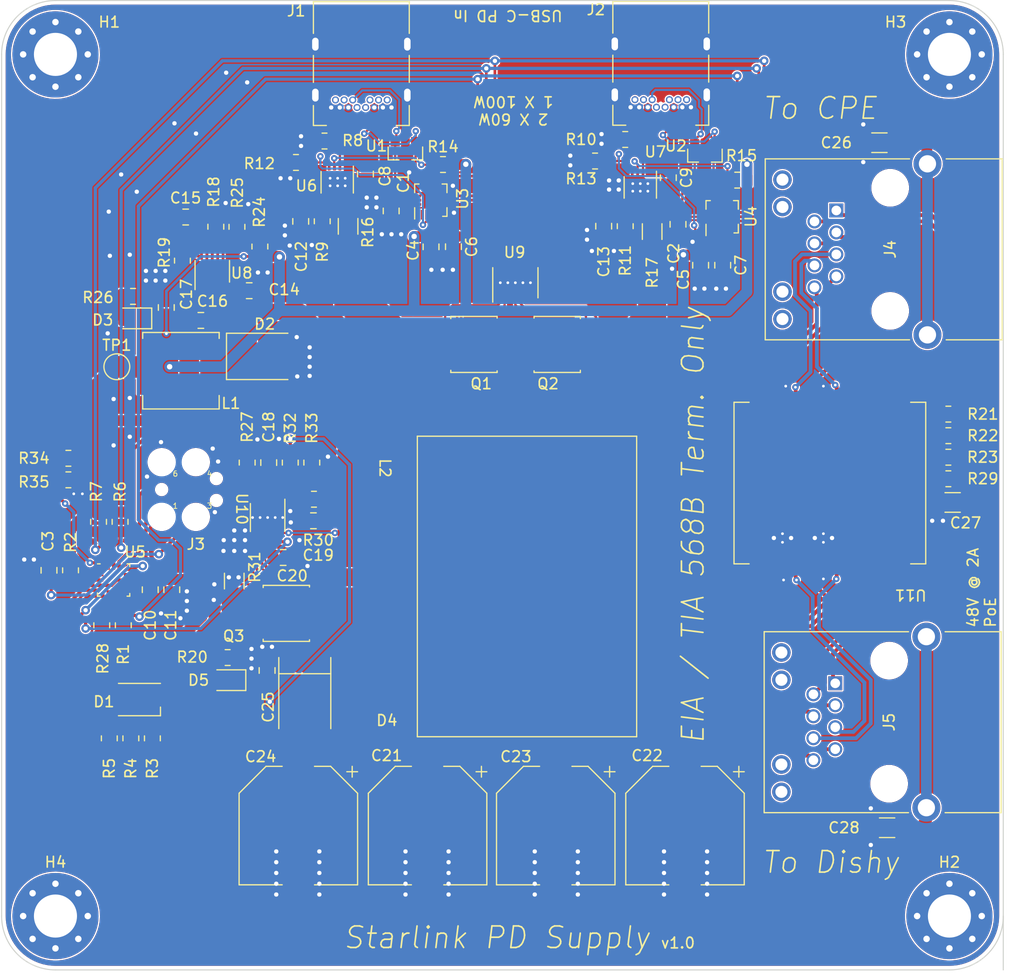
<source format=kicad_pcb>
(kicad_pcb (version 20211014) (generator pcbnew)
  (layers (0 "F.Cu" signal) (1 "In1.Cu" signal) (2 "In2.Cu" signal) (31 "B.Cu" signal) (34 "B.Paste" user) (35 "F.Paste" user) (36 "B.SilkS" user "B.Silkscreen") (37 "F.SilkS" user "F.Silkscreen") (38 "B.Mask" user) (39 "F.Mask" user) (44 "Edge.Cuts" user))
  (net 0 "")
  (net 1 "/VBUS_A")
  (net 2 "GND")
  (net 3 "/VBUS_B")
  (net 4 "/nRESET")
  (net 5 "+3V3")
  (net 6 "Net-(C6-Pad1)")
  (net 7 "Net-(C7-Pad1)")
  (net 8 "Net-(C12-Pad1)")
  (net 9 "Net-(C13-Pad1)")
  (net 10 "/VBUS_OR")
  (net 11 "Net-(C15-Pad1)")
  (net 12 "Net-(C16-Pad1)")
  (net 13 "/3V3_SW")
  (net 14 "Net-(C18-Pad1)")
  (net 15 "Net-(C19-Pad1)")
  (net 16 "Net-(C20-Pad1)")
  (net 17 "+48V")
  (net 18 "Net-(D1-Pad1)")
  (net 19 "Net-(D1-Pad4)")
  (net 20 "Net-(D1-Pad3)")
  (net 21 "Net-(D3-Pad2)")
  (net 24 "/CC1_A")
  (net 32 "/CC2_A")
  (net 40 "/CC1_B")
  (net 48 "/CC2_B")
  (net 54 "/VBUS_A_SW")
  (net 55 "Net-(Q1-Pad4)")
  (net 56 "/VBUS_B_SW")
  (net 57 "Net-(Q2-Pad4)")
  (net 58 "Net-(Q3-Pad1)")
  (net 59 "Net-(Q3-Pad4)")
  (net 60 "/TCPC_ALERT_N")
  (net 61 "/IND_R")
  (net 62 "/IND_G")
  (net 63 "/IND_B")
  (net 64 "/TCPC_SCL")
  (net 65 "/TCPC_SDA")
  (net 66 "Net-(R8-Pad2)")
  (net 67 "Net-(R9-Pad2)")
  (net 68 "Net-(R10-Pad2)")
  (net 69 "Net-(R11-Pad2)")
  (net 70 "/EN_SINK_A")
  (net 71 "/EN_SINK_B")
  (net 72 "/VBUS_FAULT_A")
  (net 73 "/VBUS_FAULT_B")
  (net 74 "Net-(R16-Pad1)")
  (net 75 "Net-(R17-Pad1)")
  (net 76 "Net-(R18-Pad2)")
  (net 77 "Net-(R19-Pad2)")
  (net 78 "Net-(R24-Pad1)")
  (net 79 "Net-(R27-Pad2)")
  (net 80 "Net-(R30-Pad2)")
  (net 81 "Net-(R32-Pad1)")
  (net 99 "/SWDIO")
  (net 100 "/SWDCLK")
  (net 101 "Net-(R34-Pad2)")
  (net 104 "/BOOST_SW")
  (net 105 "/~{OUT_EN}")
  (net 106 "Net-(D5-Pad2)")
  (net 107 "Net-(C26-Pad1)")
  (net 108 "Net-(C27-Pad1)")
  (net 109 "Net-(C28-Pad1)")
  (net 111 "Net-(R21-Pad1)")
  (net 112 "Net-(R22-Pad1)")
  (net 113 "Net-(R23-Pad1)")
  (net 114 "Net-(R29-Pad1)")
  (net 115 "/CPE_1_P")
  (net 116 "/CPE_1_N")
  (net 117 "/CPE_2_P")
  (net 118 "/CPE_2_N")
  (net 119 "/CPE_3_P")
  (net 120 "/CPE_3_N")
  (net 121 "/CPE_4_P")
  (net 122 "/CPE_4_N")
  (net 127 "/Dishy_1_P")
  (net 128 "/Dishy_1_N")
  (net 129 "/Dishy_2_P")
  (net 130 "/Dishy_2_N")
  (net 131 "/Dishy_3_P")
  (net 132 "/Dishy_3_N")
  (net 133 "/Dishy_4_P")
  (net 134 "/Dishy_4_N")
  (footprint "Custom:Panasonic-F8" (layer "F.Cu") (at 94.75 110.5)
    (fp_text reference "C23")
    (fp_text value "15uF 60V")
  )
  (footprint "Resistor_SMD:R_0805_2012Metric" (layer "F.Cu") (at 66.1 76.8 -90)
    (fp_text reference "R27")
    (fp_text value "41.2k 1%")
  )
  (footprint "Capacitor_SMD:C_0805_2012Metric" (layer "F.Cu") (at 79.47 53.435 -90)
    (fp_text reference "C1")
    (fp_text value "2.2uF")
  )
  (footprint "Package_TO_SOT_SMD:LFPAK56" (layer "F.Cu") (at 94.72 65.83 180)
    (fp_text reference "Q2")
    (fp_text value "PSMN014-80YL")
  )
  (footprint "Capacitor_SMD:C_0805_2012Metric" (layer "F.Cu") (at 110.25 58.475 -90)
    (fp_text reference "C7")
    (fp_text value "2.2uF")
  )
  (footprint "Capacitor_SMD:C_0805_2012Metric" (layer "F.Cu") (at 58.59 62.4 90)
    (fp_text reference "C17")
    (fp_text value "22uF")
  )
  (footprint "Resistor_SMD:R_1206_3216Metric" (layer "F.Cu") (at 103.7 55.35 -90)
    (fp_text reference "R17")
    (fp_text value "10m")
  )
  (footprint "Resistor_SMD:R_0805_2012Metric" (layer "F.Cu") (at 73.07 54.395 90)
    (fp_text reference "R9")
    (fp_text value "30k")
  )
  (footprint "Resistor_SMD:R_0805_2012Metric" (layer "F.Cu") (at 49.5 76.4 180)
    (fp_text reference "R34")
    (fp_text value "NP")
  )
  (footprint "Resistor_SMD:R_0805_2012Metric" (layer "F.Cu") (at 73.28 46.945)
    (fp_text reference "R8")
    (fp_text value "20k")
  )
  (footprint "Diode_SMD:D_SMB" (layer "F.Cu") (at 67.73 66.94)
    (fp_text reference "D2")
    (fp_text value "D_Schottky")
  )
  (footprint "Capacitor_SMD:C_0805_2012Metric" (layer "F.Cu") (at 77.08 50.005 -90)
    (fp_text reference "C8")
    (fp_text value "10uF")
  )
  (footprint "MountingHole:MountingHole_4mm_Pad_Via" (layer "F.Cu") (at 131.3 118.9)
    (fp_text reference "H2")
    (fp_text value "MountingHole")
  )
  (footprint "Package_TO_SOT_SMD:LFPAK56" (layer "F.Cu") (at 69.9 90.8)
    (fp_text reference "Q3")
    (fp_text value "PSMN014-80YL")
  )
  (footprint "TestPoint:TestPoint_Pad_D2.0mm" (layer "F.Cu") (at 54 67.9)
    (fp_text reference "TP1")
    (fp_text value "TestPoint")
  )
  (footprint "Resistor_SMD:R_0805_2012Metric" (layer "F.Cu") (at 60.09 58.05 90)
    (fp_text reference "R19")
    (fp_text value "40.2k")
  )
  (footprint "Custom:DFN-12L" (layer "F.Cu") (at 74.46 50.775 180)
    (fp_text reference "U6")
    (fp_text value "AOZ1375DI")
  )
  (footprint "Resistor_SMD:R_0805_2012Metric" (layer "F.Cu") (at 63.19 54.9 -90)
    (fp_text reference "R18")
    (fp_text value "14k")
  )
  (footprint "Resistor_SMD:R_0805_2012Metric" (layer "F.Cu") (at 98.4 48.8 180)
    (fp_text reference "R13")
    (fp_text value "10k")
  )
  (footprint "Resistor_SMD:R_0805_2012Metric" (layer "F.Cu") (at 53.3 102.4 -90)
    (fp_text reference "R5")
    (fp_text value "500")
  )
  (footprint "Custom:Panasonic-F8" (layer "F.Cu") (at 106.75 110.5)
    (fp_text reference "C22")
    (fp_text value "15uF 60V")
  )
  (footprint "Resistor_SMD:R_0805_2012Metric" (layer "F.Cu") (at 49.7 86.8 90)
    (fp_text reference "R2")
    (fp_text value "10k")
  )
  (footprint "Resistor_SMD:R_0805_2012Metric" (layer "F.Cu") (at 64.2875 94.9 180)
    (fp_text reference "R20")
    (fp_text value "10k")
  )
  (footprint "Custom:TC2030-IDC-FP" (layer "F.Cu") (at 60.7 79.3)
    (fp_text reference "J3")
    (fp_text value "TC2030-SWD")
  )
  (footprint "Resistor_SMD:R_0805_2012Metric" (layer "F.Cu") (at 131.2 76.3)
    (fp_text reference "R23")
    (fp_text value "75")
  )
  (footprint "Custom:DFN-10-3X3mm" (layer "F.Cu") (at 68 81.9 180)
    (fp_text reference "U10")
    (fp_text value "LT3757")
  )
  (footprint "Resistor_SMD:R_0805_2012Metric" (layer "F.Cu") (at 131.2 78.3)
    (fp_text reference "R29")
    (fp_text value "75")
  )
  (footprint "Package_TO_SOT_SMD:LFPAK56" (layer "F.Cu") (at 87.32 65.83)
    (fp_text reference "Q1")
    (fp_text value "PSMN014-80YL")
  )
  (footprint "Resistor_SMD:R_0805_2012Metric" (layer "F.Cu") (at 70.1 76.8 90)
    (fp_text reference "R32")
    (fp_text value "580k 1%")
  )
  (footprint "Resistor_SMD:R_0805_2012Metric" (layer "F.Cu") (at 111.6 50.575)
    (fp_text reference "R15")
    (fp_text value "10k")
  )
  (footprint "Custom:HX2QFN16" (layer "F.Cu") (at 83.15 52.435 90)
    (fp_text reference "U3")
    (fp_text value "PTN5110")
  )
  (footprint "Capacitor_SMD:C_0805_2012Metric" (layer "F.Cu") (at 59.1 88.6 -90)
    (fp_text reference "C11")
    (fp_text value "10uF")
  )
  (footprint "Resistor_SMD:R_0805_2012Metric" (layer "F.Cu") (at 54.6 91.9 -90)
    (fp_text reference "R1")
    (fp_text value "10k")
  )
  (footprint "Capacitor_SMD:C_0805_2012Metric" (layer "F.Cu") (at 69.44 85.61)
    (fp_text reference "C20")
    (fp_text value "4.7uF 10v")
  )
  (footprint "Resistor_SMD:R_0805_2012Metric" (layer "F.Cu") (at 57.3 102.4 90)
    (fp_text reference "R3")
    (fp_text value "500")
  )
  (footprint "Custom:RJE59-188-54A1" (layer "F.Cu") (at 125.8 57 90)
    (fp_text reference "J4")
    (fp_text value "RJE59-188-54A1")
  )
  (footprint "Capacitor_SMD:C_0805_2012Metric" (layer "F.Cu") (at 57.1 88.6 -90)
    (fp_text reference "C10")
    (fp_text value "0.1uF")
  )
  (footprint "LED_SMD:LED_0805_2012Metric" (layer "F.Cu") (at 55.5525 63.41 180)
    (fp_text reference "D3")
    (fp_text value "LED")
  )
  (footprint "Capacitor_SMD:C_0805_2012Metric" (layer "F.Cu") (at 66.29 60.84)
    (fp_text reference "C14")
    (fp_text value "4.7uF")
  )
  (footprint "MountingHole:MountingHole_4mm_Pad_Via" (layer "F.Cu") (at 48.3 118.9)
    (fp_text reference "H4")
    (fp_text value "MountingHole")
  )
  (footprint "Custom:SOT23-3L" (layer "F.Cu") (at 80.79 47.995)
    (fp_text reference "U1")
    (fp_text value "CDSOT23-0502B")
  )
  (footprint "Capacitor_SMD:C_0805_2012Metric" (layer "F.Cu") (at 83.17 56.765 90)
    (fp_text reference "C4")
    (fp_text value "2.2uF")
  )
  (footprint "Custom:HX2QFN16" (layer "F.Cu") (at 110.2 53.975 90)
    (fp_text reference "U4")
    (fp_text value "PTN5110")
  )
  (footprint "Capacitor_SMD:C_0805_2012Metric" (layer "F.Cu") (at 67.95 96.1 90)
    (fp_text reference "C25")
    (fp_text value "4.7uF 100V")
  )
  (footprint "Capacitor_SMD:C_0805_2012Metric" (layer "F.Cu") (at 105.2 50.35 -90)
    (fp_text reference "C9")
    (fp_text value "10uF")
  )
  (footprint "Custom:CFP15B" (layer "F.Cu") (at 71.45 98.2)
    (fp_text reference "D4")
    (fp_text value "D_Schottky")
  )
  (footprint "Resistor_SMD:R_0805_2012Metric" (layer "F.Cu") (at 131.2 72.3)
    (fp_text reference "R21")
    (fp_text value "75")
  )
  (footprint "Capacitor_SMD:C_0805_2012Metric" (layer "F.Cu") (at 61.8 63.6)
    (fp_text reference "C16")
    (fp_text value "0.47uF")
  )
  (footprint "Resistor_SMD:R_0805_2012Metric" (layer "F.Cu") (at 131.2 74.3)
    (fp_text reference "R22")
    (fp_text value "75")
  )
  (footprint "Resistor_SMD:R_0805_2012Metric" (layer "F.Cu") (at 52.3 82.3 -90)
    (fp_text reference "R7")
    (fp_text value "2k")
  )
  (footprint "Capacitor_SMD:C_0805_2012Metric" (layer "F.Cu") (at 47.7 86.8 -90)
    (fp_text reference "C3")
    (fp_text value "0.1uF")
  )
  (footprint "Custom:DFN-12L" (layer "F.Cu") (at 102.6 51.25 180)
    (fp_text reference "U7")
    (fp_text value "AOZ1375DI")
  )
  (footprint "Capacitor_SMD:C_0805_2012Metric" (layer "F.Cu") (at 68.1 76.8 90)
    (fp_text reference "C18")
    (fp_text value "0.1uF")
  )
  (footprint "Custom:SOT23-3L" (layer "F.Cu") (at 108.6 48.2)
    (fp_text reference "U2")
    (fp_text value "CDSOT23-0502B")
  )
  (footprint "Resistor_SMD:R_0805_2012Metric" (layer "F.Cu") (at 70.63 48.935 180)
    (fp_text reference "R12")
    (fp_text value "10k")
  )
  (footprint "Resistor_SMD:R_0805_2012Metric" (layer "F.Cu") (at 49.5 78.4)
    (fp_text reference "R35")
    (fp_text value "10k")
  )
  (footprint "Resistor_SMD:R_0805_2012Metric" (layer "F.Cu") (at 84.28 49.125)
    (fp_text reference "R14")
    (fp_text value "10k")
  )
  (footprint "Capacitor_SMD:C_1206_3216Metric" (layer "F.Cu") (at 124.8 47.1 180)
    (fp_text reference "C26")
    (fp_text value "1000p 2kV")
  )
  (footprint "Capacitor_SMD:C_0805_2012Metric" (layer "F.Cu") (at 85.25 56.755 -90)
    (fp_text reference "C6")
    (fp_text value "2.2uF")
  )
  (footprint "LED_SMD:LED_0805_2012Metric" (layer "F.Cu") (at 64.2875 97 180)
    (fp_text reference "D5")
    (fp_text value "LED")
  )
  (footprint "Custom:SRP0620" (layer "F.Cu") (at 59.95 67.92)
    (fp_text reference "L1")
    (fp_text value "4.7uH")
  )
  (footprint "Resistor_SMD:R_1206_3216Metric" (layer "F.Cu") (at 64.9 87.8 -90)
    (fp_text reference "R31")
    (fp_text value "0.010 1% 1W")
  )
  (footprint "Custom:Panasonic-F8" (layer "F.Cu") (at 70.85 110.5)
    (fp_text reference "C24")
    (fp_text value "15uF 60V")
  )
  (footprint "Capacitor_SMD:C_0805_2012Metric" (layer "F.Cu") (at 106.1 54.675 -90)
    (fp_text reference "C2")
    (fp_text value "2.2uF")
  )
  (footprint "MountingHole:MountingHole_4mm_Pad_Via" (layer "F.Cu") (at 48.3 38.9)
    (fp_text reference "H1")
    (fp_text value "MountingHole")
  )
  (footprint "MountingHole:MountingHole_4mm_Pad_Via" (layer "F.Cu") (at 131.3 38.9)
    (fp_text reference "H3")
    (fp_text value "MountingHole")
  )
  (footprint "Resistor_SMD:R_0805_2012Metric" (layer "F.Cu") (at 101.2 54.85 90)
    (fp_text reference "R11")
    (fp_text value "30k")
  )
  (footprint "Resistor_SMD:R_0805_2012Metric" (layer "F.Cu") (at 55.3 102.4 90)
    (fp_text reference "R4")
    (fp_text value "500")
  )
  (footprint "Capacitor_SMD:C_0805_2012Metric" (layer "F.Cu") (at 71.07 54.405 -90)
    (fp_text reference "C12")
    (fp_text value "0.001uF")
  )
  (footprint "Capacitor_SMD:C_1206_3216Metric" (layer "F.Cu") (at 125.515 110.7 180)
    (fp_text reference "C28")
    (fp_text value "1000p 2kV")
  )
  (footprint "Resistor_SMD:R_1206_3216Metric" (layer "F.Cu") (at 75.47 54.865 -90)
    (fp_text reference "R16")
    (fp_text value "10m")
  )
  (footprint "Resistor_SMD:R_0805_2012Metric" (layer "F.Cu") (at 101.2 46.8)
    (fp_text reference "R10")
    (fp_text value "20k")
  )
  (footprint "Resistor_SMD:R_0805_2012Metric" (layer "F.Cu") (at 72.3 80.2 180)
    (fp_text reference "R30")
    (fp_text value "28k 1%")
  )
  (footprint "Custom:Wurth_632723300011" (layer "F.Cu") (at 76.7 34.5 180)
    (fp_text reference "J1")
    (fp_text value "USB_C_Receptacle")
  )
  (footprint "Resistor_SMD:R_0805_2012Metric" (layer "F.Cu") (at 55.5025 61.37 180)
    (fp_text reference "R26")
    (fp_text value "500")
  )
  (footprint "Resistor_SMD:R_0805_2012Metric" (layer "F.Cu") (at 54.3 82.3 -90)
    (fp_text reference "R6")
    (fp_text value "2k")
  )
  (footprint "Custom:DE14" (layer "F.Cu") (at 91 60.1)
    (fp_text reference "U9")
    (fp_text value "LT4355")
  )
  (footprint "Custom:DFN-10" (layer "F.Cu") (at 62.86 59.04)
    (fp_text reference "U8")
    (fp_text value "LT3685")
  )
  (footprint "Resistor_SMD:R_0805_2012Metric" (layer "F.Cu") (at 65.15 54.91 90)
    (fp_text reference "R25")
    (fp_text value "100k")
  )
  (footprint "Resistor_SMD:R_0805_2012Metric" (layer "F.Cu") (at 67.28 56.74 -90)
    (fp_text reference "R24")
    (fp_text value "316k")
  )
  (footprint "Resistor_SMD:R_0805_2012Metric" (layer "F.Cu") (at 52.6 91.9 -90)
    (fp_text reference "R28")
    (fp_text value "10k")
  )
  (footprint "Custom:Panasonic-F8" (layer "F.Cu") (at 82.85 110.5)
    (fp_text reference "C21")
    (fp_text value "15uF 60V")
  )
  (footprint "Custom:7490220123" (layer "F.Cu") (at 120.2 78.7 180)
    (fp_text reference "U11")
    (fp_text value "7490220123")
  )
  (footprint "LED_SMD:LED_Cree-PLCC4_3.2x2.8mm_CCW" (layer "F.Cu") (at 56.1 98.8 180)
    (fp_text reference "D1")
    (fp_text value "LED_RABG")
  )
  (footprint "Custom:Wurth_632723300011" (layer "F.Cu") (at 104.5 34.475 180)
    (fp_text reference "J2")
    (fp_text value "USB_C_Receptacle")
  )
  (footprint "Capacitor_SMD:C_1206_3216Metric" (layer "F.Cu") (at 131.6 80.5 180)
    (fp_text reference "C27")
    (fp_text value "1000p 2kV")
  )
  (footprint "Custom:UFQFPN-20" (layer "F.Cu") (at 53.7 87.7)
    (fp_text reference "U5")
    (fp_text value "STM32L011")
  )
  (footprint "Capacitor_SMD:C_0805_2012Metric" (layer "F.Cu") (at 108.2 58.475 90)
    (fp_text reference "C5")
    (fp_text value "2.2uF")
  )
  (footprint "Resistor_SMD:R_0805_2012Metric" (layer "F.Cu") (at 72.1 76.8 -90)
    (fp_text reference "R33")
    (fp_text value "20k 1%")
  )
  (footprint "Capacitor_SMD:C_0805_2012Metric" (layer "F.Cu") (at 72.25 82.2 180)
    (fp_text reference "C19")
    (fp_text value "4.7nF")
  )
  (footprint "Custom:PQ2614BLA-BHA" (layer "F.Cu") (at 91.9 88.3 -90)
    (fp_text reference "L2")
    (fp_text value "15uH")
  )
  (footprint "Capacitor_SMD:C_0805_2012Metric" (layer "F.Cu") (at 99.2 54.85 -90)
    (fp_text reference "C13")
    (fp_text value "0.001uF")
  )
  (footprint "Custom:RJE59-188-54A1" (layer "F.Cu") (at 125.7 100.9 90)
    (fp_text reference "J5")
    (fp_text value "RJE59-188-54A1")
  )
  (footprint "Capacitor_SMD:C_0805_2012Metric" (layer "F.Cu") (at 60.39 54 180)
    (fp_text reference "C15")
    (fp_text value "470pF")
  )
  (gr_line (start 136.3 123.9) (end 136.3 38.9) (layer "Edge.Cuts") (width 0.1))
  (gr_arc (start 48.3 123.9) (mid 44.764466 122.435534) (end 43.3 118.9) (layer "Edge.Cuts") (width 0.1))
  (gr_line (start 131.3 33.9) (end 48.3 33.9) (layer "Edge.Cuts") (width 0.1))
  (gr_line (start 48.3 123.9) (end 131.3 123.9) (layer "Edge.Cuts") (width 0.1))
  (gr_arc (start 136.3 118.9) (mid 134.835534 122.435534) (end 131.3 123.9) (layer "Edge.Cuts") (width 0.1))
  (gr_arc (start 43.3 38.9) (mid 44.764466 35.364466) (end 48.3 33.9) (layer "Edge.Cuts") (width 0.1))
  (gr_arc (start 131.3 33.9) (mid 134.835534 35.364466) (end 136.3 38.9) (layer "Edge.Cuts") (width 0.1))
  (gr_line (start 43.3 38.9) (end 43.3 118.9) (layer "Edge.Cuts") (width 0.1))
  (gr_text "To CPE" (at 119.3 43.9) (layer "F.SilkS") (effects (font (size 2 2) (thickness 0.15) italic)))
  (gr_text "To Dishy" (at 120.3 113.9) (layer "F.SilkS") (effects (font (size 2 2) (thickness 0.15) italic)))
  (gr_text "v1.0" (at 106.1 121.4) (layer "F.SilkS") (effects (font (size 1 1))))
  (gr_text "2 X 60W\n1 X 100W" (at 90.8 44.1 180) (layer "F.SilkS") (effects (font (size 1 1))))
  (gr_text "48V @ 2A\nPoE" (at 134.3 92.2 90) (layer "F.SilkS") (effects (font (size 1 1)) (justify left)))
  (gr_text "USB-C PD In" (at 90.3 35.3 180) (layer "F.SilkS") (effects (font (size 1 1))))
  (gr_text "EIA / TIA 568B Term. Only" (at 107.5 82.6 90) (layer "F.SilkS") (effects (font (size 2 2) (thickness 0.15) italic)))
  (gr_text "Starlink PD Supply" (at 89.3 120.9) (layer "F.SilkS") (effects (font (size 2 2) (thickness 0.15) italic)))
  (segment (start 77.13 49.005) (end 77.08 49.055) (width 0.2) (layer "F.Cu") (net 1))
  (segment (start 79 49.575) (end 78.43 49.005) (width 0.2) (layer "F.Cu") (net 1))
  (segment (start 78.43 49.005) (end 77.13 49.005) (width 0.2) (layer "F.Cu") (net 1))
  (segment (start 79.47 51.715) (end 79 51.245) (width 0.2) (layer "F.Cu") (net 1))
  (segment (start 79 51.245) (end 79 49.575) (width 0.2) (layer "F.Cu") (net 1))
  (segment (start 79.52 52.435) (end 79.47 52.485) (width 0.2) (layer "F.Cu") (net 1))
  (segment (start 79.47 52.485) (end 79.47 51.715) (width 0.2) (layer "F.Cu") (net 1))
  (segment (start 81.8 52.435) (end 79.52 52.435) (width 0.2) (layer "F.Cu") (net 1))
  (via (at 96.8 115.9) (size 0.8) (drill 0.4) (layers "F.Cu" "B.Cu") (net 2))
  (via (at 91.7 60.1) (size 0.6) (drill 0.254) (layers "F.Cu" "B.Cu") (net 2))
  (via (at 92.8 114.9) (size 0.8) (drill 0.4) (layers "F.Cu" "B.Cu") (net 2))
  (via (at 57.6 59.9) (size 0.8) (drill 0.4) (layers "F.Cu" "B.Cu") (net 2))
  (via (at 108.8 113.9) (size 0.8) (drill 0.4) (layers "F.Cu" "B.Cu") (net 2))
  (via (at 59.35 45.3) (size 0.8) (drill 0.4) (layers "F.Cu" "B.Cu") (net 2))
  (via (at 68.7 81.9) (size 0.6) (drill 0.254) (layers "F.Cu" "B.Cu") (net 2))
  (via (at 62.9 75.5) (size 0.8) (drill 0.4) (layers "F.Cu" "B.Cu") (net 2))
  (via (at 115 83.8) (size 0.8) (drill 0.4) (layers "F.Cu" "B.Cu") (net 2))
  (via (at 85.3 53.6) (size 0.8) (drill 0.4) (layers "F.Cu" "B.Cu") (net 2))
  (via (at 83.2 58.9) (size 0.8) (drill 0.4) (layers "F.Cu" "B.Cu") (net 2))
  (via (at 68 59.15) (size 0.8) (drill 0.4) (layers "F.Cu" "B.Cu") (net 2))
  (via (at 68 81.9) (size 0.6) (drill 0.254) (layers "F.Cu" "B.Cu") (net 2))
  (via (at 65.9 84) (size 0.8) (drill 0.4) (layers "F.Cu" "B.Cu") (net 2))
  (via (at 80.8 114.9) (size 0.8) (drill 0.4) (layers "F.Cu" "B.Cu") (net 2))
  (via (at 53.7 70.9) (size 0.8) (drill 0.4) (layers "F.Cu" "B.Cu") (net 2))
  (via (at 69.2 50.4) (size 0.8) (drill 0.4) (layers "F.Cu" "B.Cu") (net 2))
  (via (at 99 46.3) (size 0.8) (drill 0.4) (layers "F.Cu" "B.Cu") (net 2))
  (via (at 108.55 60.65) (size 0.8) (drill 0.4) (layers "F.Cu" "B.Cu") (net 2))
  (via (at 63.05 88.1) (size 0.8) (drill 0.4) (layers "F.Cu" "B.Cu") (net 2))
  (via (at 96.8 114.9) (size 0.8) (drill 0.4) (layers "F.Cu" "B.Cu") (net 2))
  (via (at 80.8 112.9) (size 0.8) (drill 0.4) (layers "F.Cu" "B.Cu") (net 2))
  (via (at 99.7 51.45) (size 0.8) (drill 0.4) (layers "F.Cu" "B.Cu") (net 2))
  (via (at 66.5 94.1) (size 0.8) (drill 0.4) (layers "F.Cu" "B.Cu") (net 2))
  (via (at 129.7 82.2) (size 0.8) (drill 0.4) (layers "F.Cu" "B.Cu") (net 2))
  (via (at 71.9 68.75) (size 0.8) (drill 0.4) (layers "F.Cu" "B.Cu") (net 2))
  (via (at 53.25 53.5) (size 0.8) (drill 0.4) (layers "F.Cu" "B.Cu") (net 2))
  (via (at 64.15 40.6) (size 0.8) (drill 0.4) (layers "F.Cu" "B.Cu") (net 2))
  (via (at 108.8 114.9) (size 0.8) (drill 0.4) (layers "F.Cu" "B.Cu") (net 2))
  (via (at 115.8 83.4) (size 0.6) (drill 0.254) (layers "F.Cu" "B.Cu") (net 2))
  (via (at 101.9 51.6) (size 0.6) (drill 0.254) (layers "F.Cu" "B.Cu") (net 2))
  (via (at 75.2 50.4) (size 0.6) (drill 0.254) (layers "F.Cu" "B.Cu") (net 2))
  (via (at 84.25 58.9) (size 0.8) (drill 0.4) (layers "F.Cu" "B.Cu") (net 2))
  (via (at 63 89.55) (size 0.8) (drill 0.4) (layers "F.Cu" "B.Cu") (net 2))
  (via (at 104.8 112.9) (size 0.8) (drill 0.4) (layers "F.Cu" "B.Cu") (net 2))
  (via (at 71.1 46.5) (size 0.8) (drill 0.4) (layers "F.Cu" "B.Cu") (net 2))
  (via (at 61.35 46.25) (size 0.8) (drill 0.4) (layers "F.Cu" "B.Cu") (net 2))
  (via (at 55.2 70.8) (size 0.8) (drill 0.4) (layers "F.Cu" "B.Cu") (net 2))
  (via (at 84.8 116.9) (size 0.8) (drill 0.4) (layers "F.Cu" "B.Cu") (net 2))
  (via (at 53.15 64.8) (size 0.8) (drill 0.4) (layers "F.Cu" "B.Cu") (net 2))
  (via (at 68.8 113.9) (size 0.8) (drill 0.4) (layers "F.Cu" "B.Cu") (net 2))
  (via (at 73.6 76.25) (size 0.8) (drill 0.4) (layers "F.Cu" "B.Cu") (net 2))
  (via (at 120.4 83.8) (size 0.8) (drill 0.4) (layers "F.Cu" "B.Cu") (net 2))
  (via (at 103.3 51.6) (size 0.6) (drill 0.254) (layers "F.Cu" "B.Cu") (net 2))
  (via (at 92.8 116.9) (size 0.8) (drill 0.4) (layers "F.Cu" "B.Cu") (net 2))
  (via (at 55.85 51.65) (size 0.8) (drill 0.4) (layers "F.Cu" "B.Cu") (net 2))
  (via (at 63.9 85) (size 0.8) (drill 0.4) (layers "F.Cu" "B.Cu") (net 2))
  (via (at 80.8 113.9) (size 0.8) (drill 0.4) (layers "F.Cu" "B.Cu") (net 2))
  (via (at 84.8 113.9) (size 0.8) (drill 0.4) (layers "F.Cu" "B.Cu") (net 2))
  (via (at 130.7 82.2) (size 0.8) (drill 0.4) (layers "F.Cu" "B.Cu") (net 2))
  (via (at 70.95 84) (size 0.8) (drill 0.4) (layers "F.Cu" "B.Cu") (net 2))
  (via (at 108.8 112.9) (size 0.8) (drill 0.4) (layers "F.Cu" "B.Cu") (net 2))
  (via (at 80.4 55.6) (size 0.8) (drill 0.4) (layers "F.Cu" "B.Cu") (net 2))
  (via (at 65.9 85) (size 0.8) (drill 0.4) (layers "F.Cu" "B.Cu") (net 2))
  (via (at 53.7 75.2) (size 0.8) (drill 0.4) (layers "F.Cu" "B.Cu") (net 2))
  (via (at 66.5 95.9) (size 0.8) (drill 0.4) (layers "F.Cu" "B.Cu") (net 2))
  (via (at 102.6 50.9) (size 0.6) (drill 0.254) (layers "F.Cu" "B.Cu") (net 2))
  (via (at 99.7 50.6) (size 0.8) (drill 0.4) (layers "F.Cu" "B.Cu") (net 2))
  (via (at 74.5 51.1) (size 0.6) (drill 0.254) (layers "F.Cu" "B.Cu") (net 2))
  (via (at 79.5 55.6) (size 0.8) (drill 0.4) (layers "F.Cu" "B.Cu") (net 2))
  (via (at 58.5 59.9) (size 0.8) (drill 0.4) (layers "F.Cu" "B.Cu") (net 2))
  (via (at 72.8 114.9) (size 0.8) (drill 0.4) (layers "F.Cu" "B.Cu") (net 2))
  (via (at 119.6 83.4) (size 0.6) (drill 0.254) (layers "F.Cu" "B.Cu") (net 2))
  (via (at 116.1 69.7) (size 0.6) (drill 0.254) (layers "F.Cu" "B.Cu") (net 2))
  (via (at 50 79.7) (size 0.6) (drill 0.254) (layers "F.Cu" "B.Cu") (net 2))
  (via (at 89.6 60.1) (size 0.6) (drill 0.254) (layers "F.Cu" "B.Cu") (net 2))
  (via (at 102.6 51.6) (size 0.6) (drill 0.254) (layers "F.Cu" "B.Cu") (net 2))
  (via (at 50.8 79.7) (size 0.6) (drill 0.254) (layers "F.Cu" "B.Cu") (net 2))
  (via (at 55.2 57.5) (size 0.8) (drill 0.4) (layers "F.Cu" "B.Cu") (net 2))
  (via (at 116.6 83.8) (size 0.8) (drill 0.4) (layers "F.Cu" "B.Cu") (net 2))
  (via (at 66.6 81.9) (size 0.6) (drill 0.254) (layers "F.Cu" "B.Cu") (net 2))
  (via (at 123.3 45.4) (size 0.8) (drill 0.4) (layers "F.Cu" "B.Cu") (net 2))
  (via (at 63.923168 84) (size 0.8) (drill 0.4) (layers "F.Cu" "B.Cu") (net 2))
  (via (at 96.8 112.9) (size 0.8) (drill 0.4) (layers "F.Cu" "B.Cu") (net 2))
  (via (at 60.5 89.65) (size 0.8) (drill 0.4) (layers "F.Cu" "B.Cu") (net 2))
  (via (at 119.6 69.7) (size 0.6) (drill 0.254) (layers "F.Cu" "B.Cu") (net 2))
  (via (at 99 47.2) (size 0.8) (drill 0.4) (layers "F.Cu" "B.Cu") (net 2))
  (via (at 68.8 114.9) (size 0.8) (drill 0.4) (layers "F.Cu" "B.Cu") (net 2))
  (via (at 100.6 50.6) (size 0.8) (drill 0.4) (layers "F.Cu" "B.Cu") (net 2))
  (via (at 69.6 54.8) (size 0.8) (drill 0.4) (layers "F.Cu" "B.Cu") (net 2))
  (via (at 92.8 113.9) (size 0.8) (drill 0.4) (layers "F.Cu" "B.Cu") (net 2))
  (via (at 115.9 87.7) (size 0.6) (drill 0.254) (layers "F.Cu" "B.Cu") (net 2))
  (via (at 104.8 113.9) (size 0.8) (drill 0.4) (layers "F.Cu" "B.Cu") (net 2))
  (via (at 107.65 60.65) (size 0.8) (drill 0.4) (layers "F.Cu" "B.Cu") (net 2))
  (via (at 70.7 65.15) (size 0.8) (drill 0.4) (layers "F.Cu" "B.Cu") (net 2))
  (via (at 56.7 59.9) (size 0.8) (drill 0.4) (layers "F.Cu" "B.Cu") (net 2))
  (via (at 96.8 113.9) (size 0.8) (drill 0.4) (layers "F.Cu" "B.Cu") (net 2))
  (via (at 90.3 60.1) (size 0.6) (drill 0.254) (layers "F.Cu" "B.Cu") (net 2))
  (via (at 64.4 87.45) (size 0.8) (drill 0.4) (layers "F.Cu" "B.Cu") (net 2))
  (via (at 104.8 116.9) (size 0.8) (drill 0.4) (layers "F.Cu" "B.Cu") (net 2))
  (via (at 65.9 83.1) (size 0.8) (drill 0.4) (layers "F.Cu" "B.Cu") (net 2))
  (via (at 84.8 112.9) (size 0.8) (drill 0.4) (layers "F.Cu" "B.Cu") (net 2))
  (via (at 85.2 51.1) (size 0.8) (drill 0.4) (layers "F.Cu" "B.Cu") (net 2))
  (via (at 72.1 56.6) (size 0.8) (drill 0.4) (layers "F.Cu" "B.Cu") (net 2))
  (via (at 96.8 116.9) (size 0.8) (drill 0.4) (layers "F.Cu" "B.Cu") (net 2))
  (via (at 60.5 90.55) (size 0.8) (drill 0.4) (layers "F.Cu" "B.Cu") (net 2))
  (via (at 98.1 57.15) (size 0.8) (drill 0.4) (layers "F.Cu" "B.Cu") (net 2))
  (via (at 58.1 74.9) (size 0.8) (drill 0.4) (layers "F.Cu" "B.Cu") (net 2))
  (via (at 55.2 74.4) (size 0.8) (drill 0.4) (layers "F.Cu" "B.Cu") (net 2))
  (via (at 78.1 52.2) (size 0.8) (drill 0.4) (layers "F.Cu" "B.Cu") (net 2))
  (via (at 85.2 58.9) (size 0.8) (drill 0.4) (layers "F.Cu" "B.Cu") (net 2))
  (via (at 73.8 51.1) (size 0.6) (drill 0.254) (layers "F.Cu" "B.Cu") (net 2))
  (via (at 46.3 85.8) (size 0.8) (drill 0.4) (layers "F.Cu" "B.Cu") (net 2))
  (via (at 80.8 115.9) (size 0.8) (drill 0.4) (layers "F.Cu" "B.Cu") (net 2))
  (via (at 104.8 115.9) (size 0.8) (drill 0.4) (layers "F.Cu" "B.Cu") (net 2))
  (via (at 101.9 50.9) (size 0.6) (drill 0.254) (layers "F.Cu" "B.Cu") (net 2))
  (via (at 56.8 78.1) (size 0.8) (drill 0.4) (layers "F.Cu" "B.Cu") (net 2))
  (via (at 58.1 90.8) (size 0.8) (drill 0.4) (layers "F.Cu" "B.Cu") (net 2))
  (via (at 109.65 60.65) (size 0.8) (drill 0.4) (layers "F.Cu" "B.Cu") (net 2))
  (via (at 107.45 56.3) (size 0.8) (drill 0.4) (layers "F.Cu" "B.Cu") (net 2))
  (via (at 68.8 115.9) (size 0.8) (drill 0.4) (layers "F.Cu" "B.Cu") (net 2))
  (via (at 74.5 50.4) (size 0.6) (drill 0.254) (layers "F.Cu" "B.Cu") (net 2))
  (via (at 67.5 93.9) (size 0.8) (drill 0.4) (layers "F.Cu" "B.Cu") (net 2))
  (via (at 68.4 93.9) (size 0.8) (drill 0.4) (layers "F.Cu" "B.Cu") (net 2))
  (via (at 70.05 56.65) (size 0.8) (drill 0.4) (layers "F.Cu" "B.Cu") (net 2))
  (via (at 66.1 41.5) (size 0.8) (drill 0.4) (layers "F.Cu" "B.Cu") (net 2))
  (via (at 58.5 59) (size 0.8) (drill 0.4) (layers "F.Cu" "B.Cu") (net 2))
  (via (at 71.7 86.4) (size 0.8) (drill 0.4) (layers "F.Cu" "B.Cu") (net 2))
  (via (at 70.1 50.4) (size 0.8) (drill 0.4) (layers "F.Cu" "B.Cu") (net 2))
  (via (at 118.8 83.8) (size 0.8) (drill 0.4) (layers "F.Cu" "B.Cu") (net 2))
  (via (at 68.8 112.9) (size 0.8) (drill 0.4) (layers "F.Cu" "B.Cu") (net 2))
  (via (at 53.35 57.6) (size 0.8) (drill 0.4) (layers "F.Cu" "B.Cu") (net 2))
  (via (at 92.8 115.9) (size 0.8) (drill 0.4) (layers "F.Cu" "B.Cu") (net 2))
  (via (at 72.8 115.9) (size 0.8) (drill 0.4) (layers "F.Cu" "B.Cu") (net 2))
  (via (at 77.2 53.1) (size 0.8) (drill 0.4) (layers "F.Cu" "B.Cu") (net 2))
  (via (at 84.8 115.9) (size 0.8) (drill 0.4) (layers "F.Cu" "B.Cu") (net 2))
  (via (at 97.65 56.1) (size 0.8) (drill 0.4) (layers "F.Cu" "B.Cu") (net 2))
  (via (at 100.6 51.45) (size 0.8) (drill 0.4) (layers "F.Cu" "B.Cu") (net 2))
  (via (at 71.9 67) (size 0.8) (drill 0.4) (layers "F.Cu" "B.Cu") (net 2))
  (via (at 92.8 112.9) (size 0.8) (drill 0.4) (layers "F.Cu" "B.Cu") (net 2))
  (via (at 78.6 55.6) (size 0.8) (drill 0.4) (layers "F.Cu" "B.Cu") (net 2))
  (via (at 54.4 50.05) (size 0.8) (drill 0.4) (layers "F.Cu" "B.Cu") (net 2))
  (via (at 66.5 95) (size 0.8) (drill 0.4) (layers "F.Cu" "B.Cu") (net 2))
  (via (at 64.9 84) (size 0.8) (drill 0.4) (layers "F.Cu" "B.Cu") (net 2))
  (via (at 103.3 50.9) (size 0.6) (drill 0.254) (layers "F.Cu" "B.Cu") (net 2))
  (via (at 72.8 113.9) (size 0.8) (drill 0.4) (layers "F.Cu" "B.Cu") (net 2))
  (via (at 96.1 48.3) (size 0.8) (drill 0.4) (layers "F.Cu" "B.Cu") (net 2))
  (via (at 91 60.1) (size 0.6) (drill 0.254) (layers "F.Cu" "B.Cu") (net 2))
  (via (at 64.1 52.7) (size 0.8) (drill 0.4) (layers "F.Cu" "B.Cu") (net 2))
  (via (at 96.1 49.2) (size 0.8) (drill 0.4) (layers "F.Cu" "B.Cu") (net 2))
  (via (at 75.2 51.1) (size 0.6) (drill 0.254) (layers "F.Cu" "B.Cu") (net 2))
  (via (at 72.8 112.9) (size 0.8) (drill 0.4) (layers "F.Cu" "B.Cu") (net 2))
  (via (at 80.8 116.9) (size 0.8) (drill 0.4) (layers "F.Cu" "B.Cu") (net 2))
  (via (at 72.8 116.9) (size 0.8) (drill 0.4) (layers "F.Cu" "B.Cu") (net 2))
  (via (at 119.6 87.6) (size 0.6) (drill 0.254) (layers "F.Cu" "B.Cu") (net 2))
  (via (at 67.05 74.65) (size 0.8) (drill 0.4) (layers "F.Cu" "B.Cu") (net 2))
  (via (at 123.3 48.9) (size 0.8) (drill 0.4) (layers "F.Cu" "B.Cu") (net 2))
  (via (at 84.8 114.9) (size 0.8) (drill 0.4) (layers "F.Cu" "B.Cu") (net 2))
  (via (at 69.6 55.7) (size 0.8) (drill 0.4) (layers "F.Cu" "B.Cu") (net 2))
  (via (at 71.1 47.4) (size 0.8) (drill 0.4) (layers "F.Cu" "B.Cu") (net 2))
  (via (at 124 108.9) (size 0.8) (drill 0.4) (layers "F.Cu" "B.Cu") (net 2))
  (via (at 70.1 81.3) (size 0.8) (drill 0.4) (layers "F.Cu" "B.Cu") (net 2))
  (via (at 70.15 82.35) (size 0.8) (drill 0.4) (layers "F.Cu" "B.Cu") (net 2))
  (via (at 67.3 81.9) (size 0.6) (drill 0.254) (layers "F.Cu" "B.Cu") (net 2))
  (via (at 104.8 114.9) (size 0.8) (drill 0.4) (layers "F.Cu" "B.Cu") (net 2))
  (via (at 59.9 91.25) (size 0.8) (drill 0.4) (layers "F.Cu" "B.Cu") (net 2))
  (via (at 70.75 68.8) (size 0.8) (drill 0.4) (layers "F.Cu" "B.Cu") (net 2))
  (via (at 97.65 55.2) (size 0.8) (drill 0.4) (layers "F.Cu" "B.Cu") (net 2))
  (via (at 69.05 74.6) (size 0.8) (drill 0.4) (layers "F.Cu" "B.Cu") (net 2))
  (via (at 66.2 52.8) (size 0.8) (drill 0.4) (layers "F.Cu" "B.Cu") (net 2))
  (via (at 67.1 59.15) (size 0.8) (drill 0.4) (layers "F.Cu" "B.Cu") (net 2))
  (via (at 65.3 87.45) (size 0.8) (drill 0.4) (layers "F.Cu" "B.Cu") (net 2))
  (via (at 64.9 85) (size 0.8) (drill 0.4) (layers "F.Cu" "B.Cu") (net 2))
  (via (at 108.8 116.9) (size 0.8) (drill 0.4) (layers "F.Cu" "B.Cu") (net 2))
  (via (at 77.2 52.2) (size 0.8) (drill 0.4) (layers "F.Cu" "B.Cu") (net 2))
  (via (at 105.55 58.8) (size 0.8) (drill 0.4) (layers "F.Cu" "B.Cu") (net 2))
  (via (at 115.8 84.2) (size 0.6) (drill 0.254) (layers "F.Cu" "B.Cu") (net 2))
  (via (at 68.8 116.9) (size 0.8) (drill 0.4) (layers "F.Cu" "B.Cu") (net 2))
  (via (at 110.55 60.65) (size 0.8) (drill 0.4) (layers "F.Cu" "B.Cu") (net 2))
  (via (at 56.7 59) (size 0.8) (drill 0.4) (layers "F.Cu" "B.Cu") (net 2))
  (via (at 81.138069 49.857063) (size 0.8) (drill 0.4) (layers "F.Cu" "B.Cu") (net 2))
  (via (at 63.4 76.7) (size 0.8) (drill 0.4) (layers "F.Cu" "B.Cu") (net 2))
  (via (at 64.9 83.1) (size 0.8) (drill 0.4) (layers "F.Cu" "B.Cu") (net 2))
  (via (at 60.5 88.75) (size 0.8) (drill 0.4) (layers "F.Cu" "B.Cu") (net 2))
  (via (at 71.9 67.9) (size 0.8) (drill 0.4) (layers "F.Cu" "B.Cu") (net 2))
  (via (at 57.6 59) (size 0.8) (drill 0.4) (layers "F.Cu" "B.Cu") (net 2))
  (via (at 92.4 60.1) (size 0.6) (drill 0.254) (layers "F.Cu" "B.Cu") (net 2))
  (via (at 100.15 57.15) (size 0.8) (drill 0.4) (layers "F.Cu" "B.Cu") (net 2))
  (via (at 119.6 84.2) (size 0.6) (drill 0.254) (layers "F.Cu" "B.Cu") (net 2))
  (via (at 63.1 81.4) (size 0.8) (drill 0.4) (layers "F.Cu" "B.Cu") (net 2))
  (via (at 78.1 53.1) (size 0.8) (drill 0.4) (layers "F.Cu" "B.Cu") (net 2))
  (via (at 124 112.3) (size 0.8) (drill 0.4) (layers "F.Cu" "B.Cu") (net 2))
  (via (at 45.4 85.8) (size 0.8) (drill 0.4) (layers "F.Cu" "B.Cu") (net 2))
  (via (at 71.9 66.1) (size 0.8) (drill 0.4) (layers "F.Cu" "B.Cu") (net 2))
  (via (at 69.4 81.9) (size 0.6) (drill 0.254) (layers "F.Cu" "B.Cu") (net 2))
  (via (at 73.8 50.4) (size 0.6) (drill 0.254) (layers "F.Cu" "B.Cu") (net 2))
  (via (at 108.8 115.9) (size 0.8) (drill 0.4) (layers "F.Cu" "B.Cu") (net 2))
  (segment (start 105.2 49.4) (end 105.525 49.4) (width 0.2) (layer "F.Cu") (net 3))
  (segment (start 106.5 53.325) (end 106.1 53.725) (width 0.2) (layer "F.Cu") (net 3))
  (segment (start 106.5 50.375) (end 106.5 53.325) (width 0.2) (layer "F.Cu") (net 3))
  (segment (start 106.35 53.975) (end 106.1 53.725) (width 0.2) (layer "F.Cu") (net 3))
  (segment (start 105.525 49.4) (end 106.5 50.375) (width 0.2) (layer "F.Cu") (net 3))
  (segment (start 108.85 53.975) (end 106.35 53.975) (width 0.2) (layer "F.Cu") (net 3))
  (segment (start 59.7 83.5) (end 57.9 85.3) (width 0.3) (layer "F.Cu") (net 4))
  (segment (start 59.7 80.935) (end 59.7 83.5) (width 0.3) (layer "F.Cu") (net 4))
  (segment (start 60.7 79.935) (end 59.7 80.935) (width 0.3) (layer "F.Cu") (net 4))
  (segment (start 52.4 87.7) (end 49.7125 87.7) (width 0.3) (layer "F.Cu") (net 4))
  (segment (start 47.9 87.95) (end 47.7 87.75) (width 0.3) (layer "F.Cu") (net 4))
  (segment (start 47.9 89.1) (end 47.9 87.95) (width 0.3) (layer "F.Cu") (net 4))
  (segment (start 47.7375 87.7125) (end 47.7 87.75) (width 1) (layer "F.Cu") (net 4))
  (segment (start 49.7125 87.7) (end 49.7 87.7125) (width 0.3) (layer "F.Cu") (net 4))
  (segment (start 49.7 87.7125) (end 47.7375 87.7125) (width 1) (layer "F.Cu") (net 4))
  (via (at 57.9 85.3) (size 0.8) (drill 0.4) (layers "F.Cu" "B.Cu") (net 4))
  (via (at 47.9 89.1) (size 0.8) (drill 0.4) (layers "F.Cu" "B.Cu") (net 4))
  (segment (start 55 85.3) (end 57.9 85.3) (width 0.3) (layer "B.Cu") (net 4))
  (segment (start 47.9 89.1) (end 51.2 89.1) (width 0.3) (layer "B.Cu") (net 4))
  (segment (start 51.2 89.1) (end 55 85.3) (width 0.3) (layer "B.Cu") (net 4))
  (segment (start 65.78 57.66) (end 67.2725 57.66) (width 0.25) (layer "F.Cu") (net 5))
  (segment (start 57.125 67.92) (end 57.105 67.9) (width 2) (layer "F.Cu") (net 5))
  (segment (start 52.3 81.3875) (end 51.3125 81.3875) (width 1) (layer "F.Cu") (net 5))
  (segment (start 59.0365 80.3285) (end 57.5715 80.3285) (width 0.3) (layer "F.Cu") (net 5))
  (segment (start 86.375 49.125) (end 86.4 49.1) (width 1) (layer "F.Cu") (net 5))
  (segment (start 59.89 62.31) (end 59.89 62.07) (width 0.25) (layer "F.Cu") (net 5))
  (segment (start 54.02 67.92) (end 54 67.9) (width 2) (layer "F.Cu") (net 5))
  (segment (start 58.59 63.35) (end 58.85 63.35) (width 0.25) (layer "F.Cu") (net 5))
  (segment (start 57.125 67.92) (end 58.88 67.92) (width 1) (layer "F.Cu") (net 5))
  (segment (start 50.4125 76.4) (end 52.2 76.4) (width 0.3) (layer "F.Cu") (net 5))
  (segment (start 83.17 55.815) (end 81.615 55.815) (width 1) (layer "F.Cu") (net 5))
  (segment (start 58.88 67.92) (end 58.9 67.9) (width 1) (layer "F.Cu") (net 5))
  (segment (start 62.2 72.9) (end 64.7 75.4) (width 1) (layer "F.Cu") (net 5))
  (segment (start 85.1925 49.125) (end 86.375 49.125) (width 1) (layer "F.Cu") (net 5))
  (segment (start 57.4125 92.8125) (end 60.1875 92.8125) (width 1) (layer "F.Cu") (net 5))
  (segment (start 52.3 69.6) (end 52.3 72.9) (width 1.5) (layer "F.Cu") (net 5))
  (segment (start 106.625 57.525) (end 106.6 57.5) (width 1) (layer "F.Cu") (net 5))
  (segment (start 56.696029 85.596029) (end 57.1 86) (width 0.3) (layer "F.Cu") (net 5))
  (segment (start 55 87.7) (end 57.05 87.7) (width 0.3) (layer "F.Cu") (net 5))
  (segment (start 57.085 67.96) (end 57.125 67.92) (width 1) (layer "F.Cu") (net 5))
  (segment (start 57.35 92.875) (end 57.4125 92.8125) (width 1) (layer "F.Cu") (net 5))
  (segment (start 112.5125 50.575) (end 112.5125 49.1125) (width 1) (layer "F.Cu") (net 5))
  (segment (start 55 87.7) (end 54 87.7) (width 0.3) (layer "F.Cu") (net 5))
  (segment (start 62.6 86.8) (end 61.45 87.95) (width 1) (layer "F.Cu") (net 5))
  (segment (start 61.5075 60.4525) (end 61.86 60.4525) (width 0.25) (layer "F.Cu") (net 5))
  (segment (start 58.85 63.35) (end 59.89 62.31) (width 0.25) (layer "F.Cu") (net 5))
  (segment (start 62.6 83.6) (end 62.6 86.8) (width 1) (layer "F.Cu") (net 5))
  (segment (start 110.2 55.975) (end 109.8 56.375) (width 0.2) (layer "F.Cu") (net 5))
  (segment (start 59.1 87.65) (end 57.85 87.65) (width 1) (layer "F.Cu") (net 5))
  (segment (start 57.85 87.65) (end 57.1 87.65) (width 1) (layer "F.Cu") (net 5))
  (segment (start 52.2 76.4) (end 52.3 76.5) (width 0.3) (layer "F.Cu") (net 5))
  (segment (start 61.9 91.1) (end 61.9 88.4) (width 1) (layer "F.Cu") (net 5))
  (segment (start 51.3125 81.3875) (end 49.7 83) (width 1) (layer "F.Cu") (net 5))
  (segment (start 57.35 98.1) (end 57.35 92.875) (width 1) (layer "F.Cu") (net 5))
  (segment (start 58.59 63.35) (end 58.59 64.82) (width 0.25) (layer "F.Cu") (net 5))
  (segment (start 112.5125 49.1125) (end 112.5 49.1) (width 1) (layer "F.Cu") (net 5))
  (segment (start 54.6 92.8125) (end 57.4125 92.8125) (width 1) (layer "F.Cu") (net 5))
  (segment (start 52.3 72.9) (end 52.3 76.5) (width 1.5) (layer "F.Cu") (net 5))
  (segment (start 58.59 64.82) (end 58.6 64.83) (width 0.25) (layer "F.Cu") (net 5))
  (segment (start 53.5 88.2) (end 52.4 88.2) (width 0.3) (layer "F.Cu") (net 5))
  (segment (start 61.15 87.65) (end 59.1 87.65) (width 1) (layer "F.Cu") (net 5))
  (segment (start 108.2 57.525) (end 106.625 57.525) (width 1) (layer "F.Cu") (net 5))
  (segment (start 81.615 55.815) (end 81.6 55.8) (width 1) (layer "F.Cu") (net 5))
  (segment (start 57.125 67.92) (end 54.02 67.92) (width 2) (layer "F.Cu") (net 5))
  (segment (start 67.28 57.6525) (end 69.0525 57.6525) (width 1) (layer "F.Cu") (net 5))
  (segment (start 108.5 56.375) (end 108.2 56.675) (width 0.2) (layer "F.Cu") (net 5))
  (segment (start 57.1 86) (end 57.1 87.65) (width 0.3) (layer "F.Cu") (net 5))
  (segment (start 52.6 92.8125) (end 54.6 92.8125) (width 1) (layer "F.Cu") (net 5))
  (segment (start 57.5715 80.3285) (end 56.696029 81.203971) (width 0.3) (layer "F.Cu") (net 5))
  (segment (start 109.8 56.375) (end 108.5 56.375) (width 0.2) (layer "F.Cu") (net 5))
  (segment (start 64.7 81.5) (end 62.6 83.6) (width 1) (layer "F.Cu") (net 5))
  (segment (start 52.3 76.5) (end 52.3 81.3875) (width 1.5) (layer "F.Cu") (net 5))
  (segment (start 110.2 55.325) (end 110.2 55.975) (width 0.2) (layer "F.Cu") (net 5))
  (segment (start 59.43 79.935) (end 59.0365 80.3285) (width 0.3) (layer "F.Cu") (net 5))
  (segment (start 83.15 53.785) (end 83.15 55.795) (width 0.2) (layer "F.Cu") (net 5))
  (segment (start 49.7 83) (end 49.7 85.8875) (width 1) (layer "F.Cu") (net 5))
  (segment (start 108.2 56.675) (end 108.2 57.525) (width 0.2) (layer "F.Cu") (net 5))
  (segment (start 52.3 72.9) (end 62.2 72.9) (width 1) (layer "F.Cu") (net 5))
  (segment (start 64.7 75.4) (end 64.7 81.5) (width 1) (layer "F.Cu") (net 5))
  (segment (start 61.45 87.95) (end 61.15 87.65) (width 1) (layer "F.Cu") (net 5))
  (segment (start 61.9 88.4) (end 61.45 87.95) (width 1) (layer "F.Cu") (net 5))
  (segment (start 67.2725 57.66) (end 67.28 57.6525) (width 0.25) (layer "F.Cu") (net 5))
  (segment (start 69.0525 57.6525) (end 69.1 57.7) (width 1) (layer "F.Cu") (net 5))
  (segment (start 83.15 55.795) (end 83.17 55.815) (width 0.2) (layer "F.Cu") (net 5))
  (segment (start 60.1875 92.8125) (end 61.9 91.1) (width 1) (layer "F.Cu") (net 5))
  (segment (start 57.05 87.7) (end 57.1 87.65) (width 0.3) (layer "F.Cu") (net 5))
  (segment (start 52.3 81.3875) (end 54.3 81.3875) (width 1) (layer "F.Cu") (net 5))
  (segment (start 54 87.7) (end 53.5 88.2) (width 0.3) (layer "F.Cu") (net 5))
  (segment (start 59.89 62.07) (end 61.5075 60.4525) (width 0.25) (layer "F.Cu") (net 5))
  (segment (start 54 67.9) (end 52.3 69.6) (width 1.5) (layer "F.Cu") (net 5))
  (segment (start 56.696029 81.203971) (end 56.696029 85.596029) (width 0.3) (layer "F.Cu") (net 5))
  (via (at 112.5 49.1) (size 1) (drill 0.5) (layers "F.Cu" "B.Cu") (net 5))
  (via (at 65.78 57.66) (size 0.6) (drill 0.254) (layers "F.Cu" "B.Cu") (net 5))
  (via (at 58.6 64.83) (size 0.6) (drill 0.254) (layers "F.Cu" "B.Cu") (net 5))
  (via (at 86.4 49.1) (size 1) (drill 0.5) (layers "F.Cu" "B.Cu") (net 5))
  (via (at 69.1 57.7) (size 1) (drill 0.5) (layers "F.Cu" "B.Cu") (net 5))
  (via (at 81.6 55.8) (size 1) (drill 0.5) (layers "F.Cu" "B.Cu") (net 5))
  (via (at 58.9 67.9) (size 1) (drill 0.5) (layers "F.Cu" "B.Cu") (net 5))
  (via (at 106.6 57.5) (size 1) (drill 0.5) (layers "F.Cu" "B.Cu") (net 5))
  (segment (start 81.6 62.6) (end 81.5 62.7) (width 1) (layer "B.Cu") (net 5))
  (segment (start 58.6 64.83) (end 58.6 60.88) (width 0.25) (layer "B.Cu") (net 5))
  (segment (start 59.46 60.02) (end 61.82 57.66) (width 0.25) (layer "B.Cu") (net 5))
  (segment (start 86.4 49.1) (end 86.4 62.6) (width 1) (layer "B.Cu") (net 5))
  (segment (start 106.7 62.7) (end 110.75 62.7) (width 1) (layer "B.Cu") (net 5))
  (segment (start 58.6 60.88) (end 59.46 60.02) (width 0.25) (layer "B.Cu") (net 5))
  (segment (start 112.5 60.95) (end 112.5 49.1) (width 1) (layer "B.Cu") (net 5))
  (segment (start 86.3 62.7) (end 106.7 62.7) (width 1) (layer "B.Cu") (net 5))
  (segment (start 69.1 62.7) (end 69.1 57.7) (width 1) (layer "B.Cu") (net 5))
  (segment (start 106.6 57.5) (end 106.6 62.6) (width 1) (layer "B.Cu") (net 5))
  (segment (start 110.75 62.7) (end 112.5 60.95) (width 1) (layer "B.Cu") (net 5))
  (segment (start 58.9 67.9) (end 63.9 67.9) (width 1) (layer "B.Cu") (net 5))
  (segment (start 64.7 67.1) (end 69.1 62.7) (width 1) (layer "B.Cu") (net 5))
  (segment (start 81.5 62.7) (end 86.3 62.7) (width 1) (layer "B.Cu") (net 5))
  (segment (start 81.6 55.8) (end 81.6 62.6) (width 1) (layer "B.Cu") (net 5))
  (segment (start 63.9 67.9) (end 64.7 67.1) (width 1) (layer "B.Cu") (net 5))
  (segment (start 61.82 57.66) (end 65.78 57.66) (width 0.25) (layer "B.Cu") (net 5))
  (segment (start 69.1 62.7) (end 81.5 62.7) (width 1) (layer "B.Cu") (net 5))
  (segment (start 86.4 62.6) (end 86.3 62.7) (width 1) (layer "B.Cu") (net 5))
  (segment (start 106.6 62.6) (end 106.7 62.7) (width 1) (layer "B.Cu") (net 5))
  (segment (start 83.55 54.555) (end 83.77 54.775) (width 0.2) (layer "F.Cu") (net 6))
  (segment (start 85.06 54.775) (end 85.25 54.965) (width 0.2) (layer "F.Cu") (net 6))
  (segment (start 83.77 54.775) (end 85.06 54.775) (width 0.2) (layer "F.Cu") (net 6))
  (segment (start 83.55 53.785) (end 83.55 54.555) (width 0.2) (layer "F.Cu") (net 6))
  (segment (start 85.25 54.965) (end 85.25 55.805) (width 0.2) (layer "F.Cu") (net 6))
  (segment (start 110.6 55.325) (end 110.6 57.175) (width 0.2) (layer "F.Cu") (net 7))
  (segment (start 110.6 57.175) (end 110.25 57.525) (width 0.2) (layer "F.Cu") (net 7))
  (segment (start 71.07 52.595) (end 71.07 53.455) (width 0.2) (layer "F.Cu") (net 8))
  (segment (start 71.57 52.095) (end 71.07 52.595) (width 0.2) (layer "F.Cu") (net 8))
  (segment (start 73.21 52.095) (end 71.57 52.095) (width 0.2) (layer "F.Cu") (net 8))
  (segment (start 101.35 52.57) (end 99.63 52.57) (width 0.2) (layer "F.Cu") (net 9))
  (segment (start 99.63 52.57) (end 99.2 53) (width 0.2) (layer "F.Cu") (net 9))
  (segment (start 99.2 53) (end 99.2 53.9) (width 0.2) (layer "F.Cu") (net 9))
  (segment (start 77.1 71.2) (end 73.4 67.5) (width 1.5) (layer "F.Cu") (net 10))
  (segment (start 66.1 62.8) (end 65.34 62.04) (width 1.5) (layer "F.Cu") (net 10))
  (segment (start 85.3 71.2) (end 77.1 71.2) (width 1.5) (layer "F.Cu") (net 10))
  (segment (start 74.25 83.33) (end 74.355 83.225) (width 0.2) (layer "F.Cu") (net 10))
  (segment (start 69 83.325) (end 69.935 83.325) (width 0.2) (layer "F.Cu") (net 10))
  (segment (start 65.34 62.04) (end 65.34 60.84) (width 1.5) (layer "F.Cu") (net 10))
  (segment (start 69.935 83.325) (end 69.94 83.33) (width 0.2) (layer "F.Cu") (net 10))
  (segment (start 73.4 67.5) (end 73.4 65.2) (width 1.5) (layer "F.Cu") (net 10))
  (segment (start 87.755 68.745) (end 85.3 71.2) (width 1.5) (layer "F.Cu") (net 10))
  (segment (start 74.355 83.225) (end 77.545 83.225) (width 0.2) (layer "F.Cu") (net 10))
  (segment (start 87.755 65.83) (end 87.755 68.745) (width 1.5) (layer "F.Cu") (net 10))
  (segment (start 73.4 65.2) (end 71 62.8) (width 1.5) (layer "F.Cu") (net 10))
  (segment (start 71 62.8) (end 66.1 62.8) (width 1.5) (layer "F.Cu") (net 10))
  (via (at 74.25 83.33) (size 0.6) (drill 0.254) (layers "F.Cu" "B.Cu") (net 10))
  (via (at 69.94 83.33) (size 0.6) (drill 0.254) (layers "F.Cu" "B.Cu") (net 10))
  (segment (start 69.95 83.32) (end 74.24 83.32) (width 0.2) (layer "B.Cu") (net 10))
  (segment (start 69.94 83.33) (end 69.95 83.32) (width 0.2) (layer "B.Cu") (net 10))
  (segment (start 74.24 83.32) (end 74.25 83.33) (width 0.2) (layer "B.Cu") (net 10))
  (segment (start 61.3525 53.9875) (end 61.34 54) (width 1) (layer "F.Cu") (net 11))
  (segment (start 63.19 53.9875) (end 61.3525 53.9875) (width 1) (layer "F.Cu") (net 11))
  (segment (start 61.7 61.7) (end 61.39 61.7) (width 0.25) (layer "F.Cu") (net 12))
  (segment (start 62.36 61.04) (end 61.7 61.7) (width 0.25) (layer "F.Cu") (net 12))
  (segment (start 61.39 61.7) (end 60.85 62.24) (width 0.25) (layer "F.Cu") (net 12))
  (segment (start 62.36 60.4525) (end 62.36 61.04) (width 0.25) (layer "F.Cu") (net 12))
  (segment (start 60.85 62.24) (end 60.85 63.6) (width 0.25) (layer "F.Cu") (net 12))
  (segment (start 68 77.85) (end 68 80.475) (width 0.2) (layer "F.Cu") (net 14))
  (segment (start 68.1 77.75) (end 68 77.85) (width 0.2) (layer "F.Cu") (net 14))
  (segment (start 73.2 82.2) (end 73.2 80.2125) (width 1) (layer "F.Cu") (net 15))
  (segment (start 73.2 80.2125) (end 73.2125 80.2) (width 1) (layer "F.Cu") (net 15))
  (segment (start 68.49 84.6) (end 68.49 85.61) (width 0.2) (layer "F.Cu") (net 16))
  (segment (start 68 84.11) (end 68.49 84.6) (width 0.2) (layer "F.Cu") (net 16))
  (segment (start 68 83.325) (end 68 84.11) (width 0.2) (layer "F.Cu") (net 16))
  (segment (start 123.9 79.7) (end 125.4 81.2) (width 2) (layer "F.Cu") (net 17))
  (segment (start 125.4 81.2) (end 125.4 83.1) (width 2) (layer "F.Cu") (net 17))
  (segment (start 110.2 79.7) (end 123.9 79.7) (width 2) (layer "F.Cu") (net 17))
  (segment (start 65.225 97) (end 67.9 97) (width 0.4) (layer "F.Cu") (net 17))
  (segment (start 70.1 75.8875) (end 70.1 74.6) (width 0.3) (layer "F.Cu") (net 17))
  (segment (start 106.7 83.2) (end 110.2 79.7) (width 2) (layer "F.Cu") (net 17))
  (segment (start 106.75 106.15) (end 106.7 106.1) (width 2) (layer "F.Cu") (net 17))
  (segment (start 67.9 97) (end 67.95 97.05) (width 0.4) (layer "F.Cu") (net 17))
  (segment (start 106.75 106.15) (end 107.4 105.5) (width 0.3) (layer "F.Cu") (net 17))
  (segment (start 106.7 106.1) (end 106.7 83.2) (width 2) (layer "F.Cu") (net 17))
  (via (at 70.1 74.6) (size 0.8) (drill 0.4) (layers "F.Cu" "B.Cu") (net 17))
  (via (at 68.2 99) (size 0.8) (drill 0.4) (layers "F.Cu" "B.Cu") (net 17))
  (segment (start 75.6 77) (end 75.6 84.4) (width 0.3) (layer "B.Cu") (net 17))
  (segment (start 73.2 74.6) (end 74 75.4) (width 0.3) (layer "B.Cu") (net 17))
  (segment (start 75.6 84.4) (end 75.6 91.6) (width 0.3) (layer "B.Cu") (net 17))
  (segment (start 74 75.4) (end 75.6 77) (width 0.3) (layer "B.Cu") (net 17))
  (segment (start 70.1 74.6) (end 73.2 74.6) (width 0.3) (layer "B.Cu") (net 17))
  (segment (start 75.6 91.6) (end 68.2 99) (width 0.3) (layer "B.Cu") (net 17))
  (segment (start 57.3 101.4875) (end 57.3 99.55) (width 0.3) (layer "F.Cu") (net 18))
  (segment (start 57.3 99.55) (end 57.35 99.5) (width 0.3) (layer "F.Cu") (net 18))
  (segment (start 55.3 101.4875) (end 55.3 100.8) (width 0.3) (layer "F.Cu") (net 19))
  (segment (start 54.85 100.35) (end 54.85 99.5) (width 0.3) (layer "F.Cu") (net 19))
  (segment (start 55.3 100.8) (end 54.85 100.35) (width 0.3) (layer "F.Cu") (net 19))
  (segment (start 54.85 98.1) (end 54 98.1) (width 0.3) (layer "F.Cu") (net 20))
  (segment (start 53.3 98.8) (end 54 98.1) (width 0.3) (layer "F.Cu") (net 20))
  (segment (start 53.3 101.4875) (end 53.3 98.8) (width 0.3) (layer "F.Cu") (net 20))
  (segment (start 54.59 61.37) (end 54.59 63.385) (width 1) (layer "F.Cu") (net 21))
  (segment (start 54.59 63.385) (end 54.615 63.41) (width 1) (layer "F.Cu") (net 21))
  (segment (start 81.75 46.985) (end 81.74 46.995) (width 0.2) (layer "F.Cu") (net 24))
  (segment (start 81.74 49.572987) (end 82.35 50.182987) (width 0.2) (layer "F.Cu") (net 24))
  (segment (start 77.45 45.775) (end 76.97 46.255) (width 0.2) (layer "F.Cu") (net 24))
  (segment (start 77.45 45.08) (end 77.45 45.775) (width 0.2) (layer "F.Cu") (net 24))
  (segment (start 82.35 50.182987) (end 82.35 51.085) (width 0.2) (layer "F.Cu") (net 24))
  (segment (start 81.75 46.025) (end 81.75 46.985) (width 0.2) (layer "F.Cu") (net 24))
  (segment (start 81.74 46.995) (end 81.74 49.572987) (width 0.2) (layer "F.Cu") (net 24))
  (via (at 76.97 46.255) (size 0.6) (drill 0.254) (layers "F.Cu" "B.Cu") (net 24))
  (via (at 81.75 46.025) (size 0.6) (drill 0.254) (layers "F.Cu" "B.Cu") (net 24))
  (segment (start 80.94 47.225) (end 81.75 46.415) (width 0.2) (layer "B.Cu") (net 24))
  (segment (start 77.53 46.255) (end 78.5 47.225) (width 0.2) (layer "B.Cu") (net 24))
  (segment (start 81.75 46.415) (end 81.75 46.025) (width 0.2) (layer "B.Cu") (net 24))
  (segment (start 76.97 46.255) (end 77.53 46.255) (width 0.2) (layer "B.Cu") (net 24))
  (segment (start 78.5 47.225) (end 80.94 47.225) (width 0.2) (layer "B.Cu") (net 24))
  (segment (start 81.1 52.035) (end 79.84 50.775) (width 0.2) (layer "F.Cu") (net 32))
  (segment (start 79.95 46.885) (end 79.84 46.995) (width 0.2) (layer "F.Cu") (net 32))
  (segment (start 79.84 50.775) (end 79.84 46.995) (width 0.2) (layer "F.Cu") (net 32))
  (segment (start 81.8 52.035) (end 81.1 52.035) (width 0.2) (layer "F.Cu") (net 32))
  (segment (start 79.95 46.025) (end 79.95 46.885) (width 0.2) (layer "F.Cu") (net 32))
  (via (at 79.95 46.025) (size 0.6) (drill 0.254) (layers "F.Cu" "B.Cu") (net 32))
  (segment (start 79.92 42.815) (end 80.21 43.105) (width 0.2) (layer "B.Cu") (net 32))
  (segment (start 76.785 42.245) (end 78.58 42.245) (width 0.2) (layer "B.Cu") (net 32))
  (segment (start 75.9 43.13) (end 76.785 42.245) (width 0.2) (layer "B.Cu") (net 32))
  (segment (start 80.21 45.765) (end 79.95 46.025) (width 0.2) (layer "B.Cu") (net 32))
  (segment (start 78.58 42.245) (end 79.35 42.245) (width 0.2) (layer "B.Cu") (net 32))
  (segment (start 80.21 43.105) (end 80.21 43.625) (width 0.2) (layer "B.Cu") (net 32))
  (segment (start 80.21 43.625) (end 80.21 45.765) (width 0.2) (layer "B.Cu") (net 32))
  (segment (start 79.35 42.245) (end 79.92 42.815) (width 0.2) (layer "B.Cu") (net 32))
  (segment (start 109.5 46.075) (end 109.5 47.15) (width 0.2) (layer "F.Cu") (net 40))
  (segment (start 109.4 52.625) (end 109.4 47.35) (width 0.2) (layer "F.Cu") (net 40))
  (segment (start 105.25 45.84) (end 104.7 46.39) (width 0.2) (layer "F.Cu") (net 40))
  (segment (start 109.4 47.35) (end 109.55 47.2) (width 0.2) (layer "F.Cu") (net 40))
  (segment (start 109.5 47.15) (end 109.55 47.2) (width 0.2) (layer "F.Cu") (net 40))
  (segment (start 105.25 45.055) (end 105.25 45.84) (width 0.2) (layer "F.Cu") (net 40))
  (via (at 109.5 46.075) (size 0.6) (drill 0.254) (layers "F.Cu" "B.Cu") (net 40))
  (via (at 104.7 46.39) (size 0.6) (drill 0.254) (layers "F.Cu" "B.Cu") (net 40))
  (segment (start 105.31 47) (end 108.5375 47) (width 0.2) (layer "B.Cu") (net 40))
  (segment (start 109.4625 46.075) (end 109.5 46.075) (width 0.2) (layer "B.Cu") (net 40))
  (segment (start 108.5375 47) (end 109.4625 46.075) (width 0.2) (layer "B.Cu") (net 40))
  (segment (start 104.7 46.39) (end 105.31 47) (width 0.2) (layer "B.Cu") (net 40))
  (segment (start 107.65 47.2) (end 107.65 49.925) (width 0.2) (layer "F.Cu") (net 48))
  (segment (start 108.85 51.125) (end 108.85 53.575) (width 0.2) (layer "F.Cu") (net 48))
  (segment (start 107.63 47.18) (end 107.65 47.2) (width 0.2) (layer "F.Cu") (net 48))
  (segment (start 107.65 47.2) (end 107.65 46.85) (width 0.2) (layer "F.Cu") (net 48))
  (segment (start 107.65 46.85) (end 108.2 46.3) (width 0.2) (layer "F.Cu") (net 48))
  (segment (start 107.65 49.925) (end 108.85 51.125) (width 0.2) (layer "F.Cu") (net 48))
  (via (at 108.2 46.3) (size 0.6) (drill 0.254) (layers "F.Cu" "B.Cu") (net 48))
  (segment (start 108.3 44) (end 108.04348 43.74348) (width 0.2) (layer "B.Cu") (net 48))
  (segment (start 104 42.2) (end 103.7 42.5) (width 0.2) (layer "B.Cu") (net 48))
  (segment (start 108.3 46.2) (end 108.3 44) (width 0.2) (layer "B.Cu") (net 48))
  (segment (start 108.04348 43.14348) (end 107.1 42.2) (width 0.2) (layer "B.Cu") (net 48))
  (segment (start 108.2 46.3) (end 108.3 46.2) (width 0.2) (layer "B.Cu") (net 48))
  (segment (start 103.7 42.5) (end 103.7 43.105) (width 0.2) (layer "B.Cu") (net 48))
  (segment (start 108.04348 43.74348) (end 108.04348 43.14348) (width 0.2) (layer "B.Cu") (net 48))
  (segment (start 107.1 42.2) (end 104 42.2) (width 0.2) (layer "B.Cu") (net 48))
  (segment (start 75.47 55.095) (end 75.47 56.3275) (width 0.2) (layer "F.Cu") (net 54))
  (segment (start 74.21 54.435) (end 74.67 54.895) (width 0.2) (layer "F.Cu") (net 54))
  (segment (start 89.37 62.19) (end 85.18 62.19) (width 0.2) (layer "F.Cu") (net 54))
  (segment (start 84.485 62.885) (end 84.485 63.92) (width 0.2) (layer "F.Cu") (net 54))
  (segment (start 85.18 62.19) (end 84.485 62.885) (width 0.2) (layer "F.Cu") (net 54))
  (segment (start 74.21 52.095) (end 74.21 54.435) (width 0.2) (layer "F.Cu") (net 54))
  (segment (start 89.5 62.06) (end 89.37 62.19) (width 0.2) (layer "F.Cu") (net 54))
  (segment (start 74.67 54.895) (end 75.27 54.895) (width 0.2) (layer "F.Cu") (net 54))
  (segment (start 75.27 54.895) (end 75.47 55.095) (width 0.2) (layer "F.Cu") (net 54))
  (segment (start 89.5 61.55) (end 89.5 62.06) (width 0.2) (layer "F.Cu") (net 54))
  (segment (start 90 61.55) (end 90 62.21) (width 0.2) (layer "F.Cu") (net 55))
  (segment (start 90 62.21) (end 89.57 62.64) (width 0.2) (layer "F.Cu") (net 55))
  (segment (start 86.2 62.64) (end 85.59 63.25) (width 0.2) (layer "F.Cu") (net 55))
  (segment (start 89.57 62.64) (end 86.2 62.64) (width 0.2) (layer "F.Cu") (net 55))
  (segment (start 85.37 67.74) (end 84.485 67.74) (width 0.2) (layer "F.Cu") (net 55))
  (segment (start 85.59 67.52) (end 85.37 67.74) (width 0.2) (layer "F.Cu") (net 55))
  (segment (start 85.59 63.25) (end 85.59 67.52) (width 0.2) (layer "F.Cu") (net 55))
  (segment (start 103.7 55.73) (end 103.7 56.8125) (width 0.2) (layer "F.Cu") (net 56))
  (segment (start 91.5 61.55) (end 91.5 62.06) (width 0.2) (layer "F.Cu") (net 56))
  (segment (start 98.11 65.19) (end 97.555 65.19) (width 0.2) (layer "F.Cu") (net 56))
  (segment (start 97.54 62.34) (end 98.5 63.3) (width 0.2) (layer "F.Cu") (net 56))
  (segment (start 103.37 55.4) (end 103.7 55.73) (width 0.2) (layer "F.Cu") (net 56))
  (segment (start 102.7 55.4) (end 103.37 55.4) (width 0.2) (layer "F.Cu") (net 56))
  (segment (start 102.35 55.05) (end 102.7 55.4) (width 0.2) (layer "F.Cu") (net 56))
  (segment (start 98.5 64.8) (end 98.11 65.19) (width 0.2) (layer "F.Cu") (net 56))
  (segment (start 91.78 62.34) (end 97.54 62.34) (width 0.2) (layer "F.Cu") (net 56))
  (segment (start 91.5 62.06) (end 91.78 62.34) (width 0.2) (layer "F.Cu") (net 56))
  (segment (start 98.5 63.3) (end 98.5 64.8) (width 0.2) (layer "F.Cu") (net 56))
  (segment (start 102.35 52.57) (end 102.35 55.05) (width 0.2) (layer "F.Cu") (net 56))
  (segment (start 97.555 63.215) (end 97.02 62.68) (width 0.2) (layer "F.Cu") (net 57))
  (segment (start 91.53 62.68) (end 91 62.15) (width 0.2) (layer "F.Cu") (net 57))
  (segment (start 97.555 63.92) (end 97.555 63.215) (width 0.2) (layer "F.Cu") (net 57))
  (segment (start 97.02 62.68) (end 91.53 62.68) (width 0.2) (layer "F.Cu") (net 57))
  (segment (start 91 62.15) (end 91 61.55) (width 0.2) (layer "F.Cu") (net 57))
  (segment (start 67 83.325) (end 67 87.75) (width 0.2) (layer "F.Cu") (net 58))
  (segment (start 64.9 88.25) (end 64.9 89.2625) (width 0.2) (layer "F.Cu") (net 58))
  (segment (start 66.65 88.1) (end 65.05 88.1) (width 0.2) (layer "F.Cu") (net 58))
  (segment (start 67 87.75) (end 66.65 88.1) (width 0.2) (layer "F.Cu") (net 58))
  (segment (start 65.05 88.1) (end 64.9 88.25) (width 0.2) (layer "F.Cu") (net 58))
  (segment (start 68.15 92.5) (end 68.15 87.3) (width 0.2) (layer "F.Cu") (net 59))
  (segment (start 67.5 86.65) (end 67.5 83.325) (width 0.2) (layer "F.Cu") (net 59))
  (segment (start 67.065 92.71) (end 67.94 92.71) (width 0.2) (layer "F.Cu") (net 59))
  (segment (start 68.15 87.3) (end 67.5 86.65) (width 0.2) (layer "F.Cu") (net 59))
  (segment (start 67.94 92.71) (end 68.15 92.5) (width 0.2) (layer "F.Cu") (net 59))
  (segment (start 55.9875 90.9875) (end 56.1 91.1) (width 0.3) (layer "F.Cu") (net 60))
  (segment (start 83.55 50.385) (end 83.735 50.2) (width 0.25) (layer "F.Cu") (net 60))
  (segment (start 87.1 50.2) (end 87.5 49.8) (width 0.25) (layer "F.Cu") (net 60))
  (segment (start 111.6 51.084256) (end 111.6 40.9) (width 0.25) (layer "F.Cu") (net 60))
  (segment (start 87.5 49.8) (end 87.5 41.2) (width 0.25) (layer "F.Cu") (net 60))
  (segment (start 54.7 90.8875) (end 54.6 90.9875) (width 0.3) (layer "F.Cu") (net 60))
  (segment (start 110.6 52.084256) (end 111.6 51.084256) (width 0.25) (layer "F.Cu") (net 60))
  (segment (start 54.6 90.9875) (end 55.9875 90.9875) (width 0.3) (layer "F.Cu") (net 60))
  (segment (start 83.55 51.085) (end 83.55 50.385) (width 0.25) (layer "F.Cu") (net 60))
  (segment (start 83.735 50.2) (end 87.1 50.2) (width 0.25) (layer "F.Cu") (net 60))
  (segment (start 54.7 89.1) (end 54.7 90.8875) (width 0.3) (layer "F.Cu") (net 60))
  (segment (start 110.6 52.625) (end 110.6 52.084256) (width 0.25) (layer "F.Cu") (net 60))
  (via (at 87.5 41.2) (size 0.8) (drill 0.4) (layers "F.Cu" "B.Cu") (net 60))
  (via (at 111.6 40.9) (size 0.8) (drill 0.4) (layers "F.Cu" "B.Cu") (net 60))
  (via (at 56.1 91.1) (size 0.8) (drill 0.4) (layers "F.Cu" "B.Cu") (net 60))
  (segment (start 59.9 84.8) (end 59.1 84) (width 0.3) (layer "B.Cu") (net 60))
  (segment (start 56 82.1) (end 56 53) (width 0.3) (layer "B.Cu") (net 60))
  (segment (start 111.6 40.9) (end 87.8 40.9) (width 0.3) (layer "B.Cu") (net 60))
  (segment (start 56.1 91.1) (end 59.9 87.3) (width 0.3) (layer "B.Cu") (net 60))
  (segment (start 67.8 41.2) (end 87.5 41.2) (width 0.3) (layer "B.Cu") (net 60))
  (segment (start 59.9 87.3) (end 59.9 84.8) (width 0.3) (layer "B.Cu") (net 60))
  (segment (start 87.8 40.9) (end 87.5 41.2) (width 0.3) (layer "B.Cu") (net 60))
  (segment (start 56 53) (end 67.8 41.2) (width 0.3) (layer "B.Cu") (net 60))
  (segment (start 59.1 84) (end 57.9 84) (width 0.3) (layer "B.Cu") (net 60))
  (segment (start 57.9 84) (end 56 82.1) (width 0.3) (layer "B.Cu") (net 60))
  (segment (start 50.2 108.4) (end 56.2 108.4) (width 0.3) (layer "F.Cu") (net 61))
  (segment (start 50.75 88.65) (end 48.1 91.3) (width 0.3) (layer "F.Cu") (net 61))
  (segment (start 52.3 88.65) (end 50.75 88.65) (width 0.3) (layer "F.Cu") (net 61))
  (segment (start 48.1 106.3) (end 50.2 108.4) (width 0.3) (layer "F.Cu") (net 61))
  (segment (start 57.3 107.3) (end 57.3 103.3125) (width 0.3) (layer "F.Cu") (net 61))
  (segment (start 56.2 108.4) (end 57.3 107.3) (width 0.3) (layer "F.Cu") (net 61))
  (segment (start 48.1 91.3) (end 48.1 106.3) (width 0.3) (layer "F.Cu") (net 61))
  (segment (start 50.7 107.4) (end 49.1 105.8) (width 0.3) (layer "F.Cu") (net 62))
  (segment (start 51.3 89.2) (end 52.6 89.2) (width 0.3) (layer "F.Cu") (net 62))
  (segment (start 55.3 103.3125) (end 55.3 106.3) (width 0.3) (layer "F.Cu") (net 62))
  (segment (start 49.1 91.4) (end 51.3 89.2) (width 0.3) (layer "F.Cu") (net 62))
  (segment (start 52.6 89.2) (end 52.7 89.1) (width 0.3) (layer "F.Cu") (net 62))
  (segment (start 49.1 105.8) (end 49.1 91.4) (width 0.3) (layer "F.Cu") (net 62))
  (segment (start 55.3 106.3) (end 54.2 107.4) (width 0.3) (layer "F.Cu") (net 62))
  (segment (start 54.2 107.4) (end 50.7 107.4) (width 0.3) (layer "F.Cu") (net 62))
  (segment (start 50 105.4) (end 50 96.6) (width 0.3) (layer "F.Cu") (net 63))
  (segment (start 55.9 86.4) (end 55.6 86.7) (width 0.3) (layer "F.Cu") (net 63))
  (segment (start 56.4 86.4) (end 55.9 86.4) (width 0.3) (layer "F.Cu") (net 63))
  (segment (start 50 96.6) (end 50 91.6) (width 0.3) (layer "F.Cu") (net 63))
  (segment (start 52.5 106.6) (end 51.2 106.6) (width 0.3) (layer "F.Cu") (net 63))
  (segment (start 50 91.6) (end 51.1 90.5) (width 0.3) (layer "F.Cu") (net 63))
  (segment (start 50.3 105.7) (end 50 105.4) (width 0.3) (layer "F.Cu") (net 63))
  (segment (start 51.2 106.6) (end 50.3 105.7) (width 0.3) (layer "F.Cu") (net 63))
  (segment (start 53.3 103.3125) (end 53.3 105.8) (width 0.3) (layer "F.Cu") (net 63))
  (segment (start 55.6 86.7) (end 55.1 86.7) (width 0.3) (layer "F.Cu") (net 63))
  (segment (start 53.3 105.8) (end 52.5 106.6) (width 0.3) (layer "F.Cu") (net 63))
  (via (at 51.1 90.5) (size 0.8) (drill 0.4) (layers "F.Cu" "B.Cu") (net 63))
  (via (at 56.4 86.4) (size 0.8) (drill 0.4) (layers "F.Cu" "B.Cu") (net 63))
  (segment (start 53 88.6) (end 55.2 86.4) (width 0.3) (layer "B.Cu") (net 63))
  (segment (start 55.2 86.4) (end 56.4 86.4) (width 0.3) (layer "B.Cu") (net 63))
  (segment (start 51.1 90.5) (end 53 88.6) (width 0.3) (layer "B.Cu") (net 63))
  (segment (start 84.5 52.035) (end 87.165 52.035) (width 0.25) (layer "F.Cu") (net 64))
  (segment (start 53.7 84.6) (end 54.05 84.25) (width 0.3) (layer "F.Cu") (net 64))
  (segment (start 54.05 84.25) (end 54.3 84) (width 0.3) (layer "F.Cu") (net 64))
  (segment (start 88.3 50.9) (end 88.3 40.2) (width 0.25) (layer "F.Cu") (net 64))
  (segment (start 113.425 53.575) (end 113.6 53.4) (width 0.25) (layer "F.Cu") (net 64))
  (segment (start 54.4 84.6) (end 54.4 84.7) (width 0.3) (layer "F.Cu") (net 64))
  (segment (start 54.3 84) (end 54.3 83.2125) (width 0.3) (layer "F.Cu") (net 64))
  (segment (start 54.05 84.25) (end 54.4 84.6) (width 0.3) (layer "F.Cu") (net 64))
  (segment (start 111.55 53.575) (end 113.425 53.575) (width 0.25) (layer "F.Cu") (net 64))
  (segment (start 113.6 53.4) (end 113.6 40.4) (width 0.25) (layer "F.Cu") (net 64))
  (segment (start 113.6 40.4) (end 113.4 40.2) (width 0.25) (layer "F.Cu") (net 64))
  (segment (start 53.7 86.4) (end 53.7 84.6) (width 0.3) (layer "F.Cu") (net 64))
  (segment (start 87.165 52.035) (end 88.3 50.9) (width 0.25) (layer "F.Cu") (net 64))
  (via (at 54.4 84.7) (size 0.8) (drill 0.4) (layers "F.Cu" "B.Cu") (net 64))
  (via (at 113.4 40.2) (size 0.8) (drill 0.4) (layers "F.Cu" "B.Cu") (net 64))
  (via (at 88.3 40.2) (size 0.8) (drill 0.4) (layers "F.Cu" "B.Cu") (net 64))
  (segment (start 88.3 40.2) (end 65.7 40.2) (width 0.3) (layer "B.Cu") (net 64))
  (segment (start 65.7 40.2) (end 54.4 51.5) (width 0.3) (layer "B.Cu") (net 64))
  (segment (start 113.4 40.2) (end 88.3 40.2) (width 0.3) (layer "B.Cu") (net 64))
  (segment (start 54.4 51.5) (end 54.4 84.7) (width 0.3) (layer "B.Cu") (net 64))
  (segment (start 52.65 84.35) (end 52.1 84.9) (width 0.3) (layer "F.Cu") (net 65))
  (segment (start 52.65 84.35) (end 53.2 84.9) (width 0.3) (layer "F.Cu") (net 65))
  (segment (start 89.1 51.2) (end 89.1 39.5) (width 0.25) (layer "F.Cu") (net 65))
  (segment (start 87.865 52.435) (end 89.1 51.2) (width 0.25) (layer "F.Cu") (net 65))
  (segment (start 52.3 84) (end 52.65 84.35) (width 0.3) (layer "F.Cu") (net 65))
  (segment (start 52.1 84.9) (end 52 84.9) (width 0.3) (layer "F.Cu") (net 65))
  (segment (start 113.725 53.975) (end 114.1 53.6) (width 0.25) (layer "F.Cu") (net 65))
  (segment (start 114.1 53.6) (end 114.1 39.5) (width 0.25) (layer "F.Cu") (net 65))
  (segment (start 52.3 83.2125) (end 52.3 84) (width 0.3) (layer "F.Cu") (net 65))
  (segment (start 53.2 84.9) (end 53.2 86.4) (width 0.3) (layer "F.Cu") (net 65))
  (segment (start 111.55 53.975) (end 113.725 53.975) (width 0.25) (layer "F.Cu") (net 65))
  (segment (start 84.5 52.435) (end 87.865 52.435) (width 0.25) (layer "F.Cu") (net 65))
  (via (at 89.1 39.5) (size 0.8) (drill 0.4) (layers "F.Cu" "B.Cu") (net 65))
  (via (at 52 84.9) (size 0.8) (drill 0.4) (layers "F.Cu" "B.Cu") (net 65))
  (via (at 114.1 39.5) (size 0.8) (drill 0.4) (layers "F.Cu" "B.Cu") (net 65))
  (segment (start 52 84.9) (end 52 51.3) (width 0.3) (layer "B.Cu") (net 65))
  (segment (start 63.8 39.5) (end 89.1 39.5) (width 0.3) (layer "B.Cu") (net 65))
  (segment (start 52 51.3) (end 63.8 39.5) (width 0.3) (layer "B.Cu") (net 65))
  (segment (start 89.1 39.5) (end 114.1 39.5) (width 0.3) (layer "B.Cu") (net 65))
  (segment (start 74.1925 46.945) (end 74.1925 47.1675) (width 0.2) (layer "F.Cu") (net 66))
  (segment (start 74.1925 47.1675) (end 74.71 47.685) (width 0.2) (layer "F.Cu") (net 66))
  (segment (start 74.71 47.685) (end 74.71 49.455) (width 0.2) (layer "F.Cu") (net 66))
  (segment (start 73.07 52.795) (end 73.07 53.4825) (width 0.2) (layer "F.Cu") (net 67))
  (segment (start 73.71 52.555) (end 73.57 52.695) (width 0.2) (layer "F.Cu") (net 67))
  (segment (start 73.57 52.695) (end 73.17 52.695) (width 0.2) (layer "F.Cu") (net 67))
  (segment (start 73.17 52.695) (end 73.07 52.795) (width 0.2) (layer "F.Cu") (net 67))
  (segment (start 73.71 52.095) (end 73.71 52.555) (width 0.2) (layer "F.Cu") (net 67))
  (segment (start 102.1125 46.8) (end 102.1125 47.7625) (width 0.2) (layer "F.Cu") (net 68))
  (segment (start 102.85 48.5) (end 102.85 49.93) (width 0.2) (layer "F.Cu") (net 68))
  (segment (start 102.1125 47.7625) (end 102.85 48.5) (width 0.2) (layer "F.Cu") (net 68))
  (segment (start 101.405489 53.094511) (end 101.2 53.3) (width 0.2) (layer "F.Cu") (net 69))
  (segment (start 101.2 53.3) (end 101.2 53.9375) (width 0.2) (layer "F.Cu") (net 69))
  (segment (start 101.85 53.019022) (end 101.774511 53.094511) (width 0.2) (layer "F.Cu") (net 69))
  (segment (start 101.774511 53.094511) (end 101.405489 53.094511) (width 0.2) (layer "F.Cu") (net 69))
  (segment (start 101.85 52.57) (end 101.85 53.019022) (width 0.2) (layer "F.Cu") (net 69))
  (segment (start 73.57 48.935) (end 73.71 49.075) (width 0.2) (layer "F.Cu") (net 70))
  (segment (start 72.88 48.935) (end 73.57 48.935) (width 0.2) (layer "F.Cu") (net 70))
  (segment (start 72.88 48.385) (end 72.9 48.365) (width 0.2) (layer "F.Cu") (net 70))
  (segment (start 72.88 48.935) (end 72.88 48.385) (width 0.2) (layer "F.Cu") (net 70))
  (segment (start 73.71 49.075) (end 73.71 49.455) (width 0.2) (layer "F.Cu") (net 70))
  (segment (start 82.42 54.725) (end 82.75 54.395) (width 0.2) (layer "F.Cu") (net 70))
  (segment (start 71.5425 48.935) (end 72.88 48.935) (width 0.2) (layer "F.Cu") (net 70))
  (segment (start 82.75 54.395) (end 82.75 53.785) (width 0.2) (layer "F.Cu") (net 70))
  (via (at 72.9 48.365) (size 0.6) (drill 0.254) (layers "F.Cu" "B.Cu") (net 70))
  (via (at 82.42 54.725) (size 0.6) (drill 0.254) (layers "F.Cu" "B.Cu") (net 70))
  (segment (start 80.495 50.1) (end 82.42 52.025) (width 0.2) (layer "B.Cu") (net 70))
  (segment (start 76.6 50.1) (end 80.495 50.1) (width 0.2) (layer "B.Cu") (net 70))
  (segment (start 82.42 52.025) (end 82.42 54.725) (width 0.2) (layer "B.Cu") (net 70))
  (segment (start 73.085 49.5) (end 76 49.5) (width 0.2) (layer "B.Cu") (net 70))
  (segment (start 72.9 48.365) (end 72.9 49.315) (width 0.2) (layer "B.Cu") (net 70))
  (segment (start 76 49.5) (end 76.6 50.1) (width 0.2) (layer "B.Cu") (net 70))
  (segment (start 72.9 49.315) (end 73.085 49.5) (width 0.2) (layer "B.Cu") (net 70))
  (segment (start 109.8 55.913244) (end 109.711733 56.001511) (width 0.2) (layer "F.Cu") (net 71))
  (segment (start 101.86 49.490978) (end 101.169022 48.8) (width 0.2) (layer "F.Cu") (net 71))
  (segment (start 101.86 49.92) (end 101.86 49.490978) (width 0.2) (layer "F.Cu") (net 71))
  (segment (start 101.85 49.93) (end 101.86 49.92) (width 0.2) (layer "F.Cu") (net 71))
  (segment (start 100.57 48.8) (end 100.57 48.19) (width 0.2) (layer "F.Cu") (net 71))
  (segment (start 107.7 54.875) (end 107.6 54.775) (width 0.2) (layer "F.Cu") (net 71))
  (segment (start 101.169022 48.8) (end 100.57 48.8) (width 0.2) (layer "F.Cu") (net 71))
  (segment (start 100.57 48.19) (end 100.61 48.15) (width 0.2) (layer "F.Cu") (net 71))
  (segment (start 108.126511 56.001511) (end 107.7 55.575) (width 0.2) (layer "F.Cu") (net 71))
  (segment (start 109.711733 56.001511) (end 108.126511 56.001511) (width 0.2) (layer "F.Cu") (net 71))
  (segment (start 109.8 55.325) (end 109.8 55.913244) (width 0.2) (layer "F.Cu") (net 71))
  (segment (start 107.7 55.575) (end 107.7 54.875) (width 0.2) (layer "F.Cu") (net 71))
  (segment (start 100.57 48.8) (end 99.3125 48.8) (width 0.2) (layer "F.Cu") (net 71))
  (via (at 100.61 48.15) (size 0.6) (drill 0.254) (layers "F.Cu" "B.Cu") (net 71))
  (via (at 107.6 54.775) (size 0.6) (drill 0.254) (layers "F.Cu" "B.Cu") (net 71))
  (segment (start 101.325 50.2) (end 100.61 49.485) (width 0.2) (layer "B.Cu") (net 71))
  (segment (start 100.61 49.485) (end 100.61 48.15) (width 0.2) (layer "B.Cu") (net 71))
  (segment (start 104.6 50.2) (end 101.325 50.2) (width 0.2) (layer "B.Cu") (net 71))
  (segment (start 107.6 53.2) (end 104.6 50.2) (width 0.2) (layer "B.Cu") (net 71))
  (segment (start 107.6 54.775) (end 107.6 53.2) (width 0.2) (layer "B.Cu") (net 71))
  (segment (start 83.15 49.3425) (end 83.3675 49.125) (width 0.2) (layer "F.Cu") (net 72))
  (segment (start 82.27 49.145) (end 83.3475 49.145) (width 0.2) (layer "F.Cu") (net 72))
  (segment (start 83.15 51.085) (end 83.15 49.3425) (width 0.2) (layer "F.Cu") (net 72))
  (segment (start 74.18 48.545) (end 74.18 49.425) (width 0.2) (layer "F.Cu") (net 72))
  (segment (start 83.3475 49.145) (end 83.3675 49.125) (width 0.2) (layer "F.Cu") (net 72))
  (segment (start 74.18 49.425) (end 74.21 49.455) (width 0.2) (layer "F.Cu") (net 72))
  (via (at 82.27 49.145) (size 0.6) (drill 0.254) (layers "F.Cu" "B.Cu") (net 72))
  (via (at 74.18 48.545) (size 0.6) (drill 0.254) (layers "F.Cu" "B.Cu") (net 72))
  (segment (start 74.225 48.5) (end 74.18 48.545) (width 0.2) (layer "B.Cu") (net 72))
  (segment (start 81.625 48.5) (end 74.225 48.5) (width 0.2) (layer "B.Cu") (net 72))
  (segment (start 82.27 49.145) (end 81.625 48.5) (width 0.2) (layer "B.Cu") (net 72))
  (segment (start 110.2 51.9) (end 110.6875 51.4125) (width 0.25) (layer "F.Cu") (net 73))
  (segment (start 110.2 52.625) (end 110.2 51.9) (width 0.25) (layer "F.Cu") (net 73))
  (segment (start 110.6875 51.4125) (end 110.6875 50.575) (width 0.25) (layer "F.Cu") (net 73))
  (segment (start 102.35 49.93) (end 102.35 49.11) (width 0.2) (layer "F.Cu") (net 73))
  (segment (start 110.6875 50.575) (end 110.6875 49.2875) (width 0.2) (layer "F.Cu") (net 73))
  (segment (start 110.6875 49.2875) (end 110.7 49.275) (width 0.2) (layer "F.Cu") (net 73))
  (segment (start 102.35 49.11) (end 102.07 48.83) (width 0.2) (layer "F.Cu") (net 73))
  (via (at 110.7 49.275) (size 0.6) (drill 0.254) (layers "F.Cu" "B.Cu") (net 73))
  (via (at 102.07 48.83) (size 0.6) (drill 0.254) (layers "F.Cu" "B.Cu") (net 73))
  (segment (start 110.7 49.275) (end 102.515 49.275) (width 0.2) (layer "B.Cu") (net 73))
  (segment (start 102.515 49.275) (end 102.07 48.83) (width 0.2) (layer "B.Cu") (net 73))
  (segment (start 62.9575 55.8125) (end 63.19 55.8125) (width 0.25) (layer "F.Cu") (net 76))
  (segment (start 62.36 56.41) (end 62.9575 55.8125) (width 0.25) (layer "F.Cu") (net 76))
  (segment (start 62.36 57.6275) (end 62.36 56.41) (width 0.25) (layer "F.Cu") (net 76))
  (segment (start 60.9275 57.1375) (end 61.4175 57.6275) (width 0.25) (layer "F.Cu") (net 77))
  (segment (start 60.09 57.1375) (end 60.9275 57.1375) (width 0.25) (layer "F.Cu") (net 77))
  (segment (start 61.4175 57.6275) (end 61.86 57.6275) (width 0.25) (layer "F.Cu") (net 77))
  (segment (start 64.89 56.88) (end 65.15 56.62) (width 0.25) (layer "F.Cu") (net 78))
  (segment (start 65.15 55.8225) (end 67.275 55.8225) (width 1) (layer "F.Cu") (net 78))
  (segment (start 62.86 57.6275) (end 62.86 57.08) (width 0.25) (layer "F.Cu") (net 78))
  (segment (start 65.15 56.62) (end 65.15 55.8225) (width 0.25) (layer "F.Cu") (net 78))
  (segment (start 67.275 55.8225) (end 67.28 55.8275) (width 1) (layer "F.Cu") (net 78))
  (segment (start 63.06 56.88) (end 64.89 56.88) (width 0.25) (layer "F.Cu") (net 78))
  (segment (start 62.86 57.08) (end 63.06 56.88) (width 0.25) (layer "F.Cu") (net 78))
  (segment (start 67.25 79.19) (end 66.6 79.19) (width 0.2) (layer "F.Cu") (net 79))
  (segment (start 67.5 80.475) (end 67.5 79.44) (width 0.2) (layer "F.Cu") (net 79))
  (segment (start 66.1 78.69) (end 66.1 77.7125) (width 0.2) (layer "F.Cu") (net 79))
  (segment (start 67.5 79.44) (end 67.25 79.19) (width 0.2) (layer "F.Cu") (net 79))
  (segment (start 66.6 79.19) (end 66.1 78.69) (width 0.2) (layer "F.Cu") (net 79))
  (segment (start 71.3875 80.2) (end 70.18 80.2) (width 0.2) (layer "F.Cu") (net 80))
  (segment (start 69.005 80.48) (end 69 80.475) (width 0.2) (layer "F.Cu") (net 80))
  (segment (start 70.18 80.2) (end 69.9 80.48) (width 0.2) (layer "F.Cu") (net 80))
  (segment (start 69.9 80.48) (end 69.005 80.48) (width 0.2) (layer "F.Cu") (net 80))
  (segment (start 70.1 78.97) (end 70.1 77.7125) (width 0.2) (layer "F.Cu") (net 81))
  (segment (start 69.48 79.59) (end 70.1 78.97) (width 0.2) (layer "F.Cu") (net 81))
  (segment (start 68.85 79.59) (end 69.48 79.59) (width 0.2) (layer "F.Cu") (net 81))
  (segment (start 68.5 79.94) (end 68.85 79.59) (width 0.2) (layer "F.Cu") (net 81))
  (segment (start 68.5 80.475) (end 68.5 79.94) (width 0.2) (layer "F.Cu") (net 81))
  (segment (start 72.1 77.7125) (end 70.1 77.7125) (width 1) (layer "F.Cu") (net 81))
  (segment (start 56.1 85) (end 54.8 86.3) (width 0.3) (layer "F.Cu") (net 99))
  (segment (start 56.1 79.8) (end 56.1 85) (width 0.3) (layer "F.Cu") (net 99))
  (segment (start 57.6285 78.2715) (end 56.1 79.8) (width 0.3) (layer "F.Cu") (net 99))
  (segment (start 59.0365 78.2715) (end 57.6285 78.2715) (width 0.3) (layer "F.Cu") (net 99))
  (segment (start 54.8 86.3) (end 54.7 86.3) (width 0.3) (layer "F.Cu") (net 99))
  (segment (start 59.43 78.665) (end 59.0365 78.2715) (width 0.3) (layer "F.Cu") (net 99))
  (segment (start 55.6 84.6) (end 55.6 75.5) (width 0.3) (layer "F.Cu") (net 100))
  (segment (start 54.2 86.4) (end 54.2 86) (width 0.3) (layer "F.Cu") (net 100))
  (segment (start 54.2 86) (end 55.6 84.6) (width 0.3) (layer "F.Cu") (net 100))
  (segment (start 55.6 75.5) (end 56.9 74.2) (width 0.3) (layer "F.Cu") (net 100))
  (segment (start 56.9 74.2) (end 59.2 74.2) (width 0.3) (layer "F.Cu") (net 100))
  (segment (start 59.8 77.765) (end 60.7 78.665) (width 0.3) (layer "F.Cu") (net 100))
  (segment (start 59.8 74.8) (end 59.8 77.765) (width 0.3) (layer "F.Cu") (net 100))
  (segment (start 59.2 74.2) (end 59.8 74.8) (width 0.3) (layer "F.Cu") (net 100))
  (segment (start 52.5 86.1) (end 52.7 86.3) (width 0.3) (layer "F.Cu") (net 101))
  (segment (start 48.5875 79.9875) (end 49.2 80.6) (width 0.3) (layer "F.Cu") (net 101))
  (segment (start 51.5 86.1) (end 52.5 86.1) (width 0.3) (layer "F.Cu") (net 101))
  (segment (start 48.5875 76.4) (end 48.5875 78.4) (width 0.3) (layer "F.Cu") (net 101))
  (segment (start 48.5875 78.4) (end 48.5875 79.9875) (width 0.3) (layer "F.Cu") (net 101))
  (via (at 49.2 80.6) (size 0.6) (drill 0.254) (layers "F.Cu" "B.Cu") (net 101))
  (via (at 51.5 86.1) (size 0.6) (drill 0.254) (layers "F.Cu" "B.Cu") (net 101))
  (segment (start 50 83.4) (end 50 84.6) (width 0.3) (layer "B.Cu") (net 101))
  (segment (start 50 81.4) (end 50 83.4) (width 0.3) (layer "B.Cu") (net 101))
  (segment (start 50 84.6) (end 51.5 86.1) (width 0.3) (layer "B.Cu") (net 101))
  (segment (start 49.2 80.6) (end 50 81.4) (width 0.3) (layer "B.Cu") (net 101))
  (segment (start 68.900914 84.150914) (end 68.5 83.75) (width 0.3) (layer "F.Cu") (net 105))
  (segment (start 53.2 89) (end 53.2 89.6) (width 0.3) (layer "F.Cu") (net 105))
  (segment (start 53.2 89.6) (end 52.6 90.2) (width 0.3) (layer "F.Cu") (net 105))
  (segment (start 52.6 90.2) (end 52.6 90.9875) (width 0.3) (layer "F.Cu") (net 105))
  (segment (start 69.844049 84.150914) (end 68.900914 84.150914) (width 0.3) (layer "F.Cu") (net 105))
  (segment (start 52.6 90.9875) (end 51.7125 90.9875) (width 0.3) (layer "F.Cu") (net 105))
  (segment (start 51.7125 90.9875) (end 51.1 91.6) (width 0.3) (layer "F.Cu") (net 105))
  (segment (start 51.1 91.6) (end 51.1 92.2) (width 0.3) (layer "F.Cu") (net 105))
  (segment (start 68.5 83.75) (end 68.5 83.325) (width 0.3) (layer "F.Cu") (net 105))
  (via (at 51.1 92.2) (size 0.8) (drill 0.4) (layers "F.Cu" "B.Cu") (net 105))
  (via (at 69.844049 84.150914) (size 0.8) (drill 0.4) (layers "F.Cu" "B.Cu") (net 105))
  (segment (start 69.844049 84.150914) (end 61.794963 92.2) (width 0.3) (layer "B.Cu") (net 105))
  (segment (start 61.794963 92.2) (end 51.1 92.2) (width 0.3) (layer "B.Cu") (net 105))
  (segment (start 63.375 94.9) (end 63.375 96.975) (width 0.8) (layer "F.Cu") (net 106))
  (segment (start 63.35 94.925) (end 63.375 94.9) (width 0.3) (layer "F.Cu") (net 106))
  (segment (start 63.375 96.975) (end 63.35 97) (width 0.8) (layer "F.Cu") (net 106))
  (segment (start 129.2 49) (end 129.2 47.5) (width 1) (layer "F.Cu") (net 107))
  (segment (start 128.8 47.1) (end 126.275 47.1) (width 1) (layer "F.Cu") (net 107))
  (segment (start 129.26 49.06) (end 129.2 49) (width 1) (layer "F.Cu") (net 107))
  (segment (start 129.2 47.5) (end 128.8 47.1) (width 1) (layer "F.Cu") (net 107))
  (segment (start 129.26 49.06) (end 129.26 64.94) (width 1) (layer "B.Cu") (net 107))
  (segment (start 132.1125 76.3) (end 132.1125 74.3) (width 0.6) (layer "F.Cu") (net 108))
  (segment (start 132.1125 76.3) (end 132.1125 78.3) (width 0.6) (layer "F.Cu") (net 108))
  (segment (start 132.1125 72.3) (end 132.1125 74.3) (width 0.6) (layer "F.Cu") (net 108))
  (segment (start 132.1125 79.2125) (end 133.075 80.175) (width 0.6) (layer "F.Cu") (net 108))
  (segment (start 132.1125 78.3) (end 132.1125 79.2125) (width 0.6) (layer "F.Cu") (net 108))
  (segment (start 133.075 80.175) (end 133.075 80.5) (width 0.6) (layer "F.Cu") (net 108))
  (segment (start 128.5 110.7) (end 129.16 110.04) (width 1) (layer "F.Cu") (net 109))
  (segment (start 126.99 110.7) (end 128.5 110.7) (width 1) (layer "F.Cu") (net 109))
  (segment (start 129.16 110.04) (end 129.16 108.84) (width 1) (layer "F.Cu") (net 109))
  (segment (start 129.16 92.96) (end 129.16 108.84) (width 1) (layer "B.Cu") (net 109))
  (segment (start 129.4475 71.46) (end 130.2875 72.3) (width 0.351289) (layer "F.Cu") (net 111))
  (segment (start 127.185 71.46) (end 129.4475 71.46) (width 0.351289) (layer "F.Cu") (net 111))
  (segment (start 123.375 71.46) (end 123.375 73.075) (width 0.351289) (layer "F.Cu") (net 112))
  (segment (start 123.375 73.075) (end 124.6 74.3) (width 0.351289) (layer "F.Cu") (net 112))
  (segment (start 124.6 74.3) (end 130.2875 74.3) (width 0.351289) (layer "F.Cu") (net 112))
  (segment (start 119.565 72.965) (end 120.6 74) (width 0.351289) (layer "F.Cu") (net 113))
  (segment (start 119.565 71.46) (end 119.565 72.965) (width 0.351289) (layer "F.Cu") (net 113))
  (segment (start 122.6 74) (end 124.9 76.3) (width 0.351289) (layer "F.Cu") (net 113))
  (segment (start 124.9 76.3) (end 130.2875 76.3) (width 0.351289) (layer "F.Cu") (net 113))
  (segment (start 120.6 74) (end 122.6 74) (width 0.351289) (layer "F.Cu") (net 113))
  (segment (start 122.4 75.5) (end 125.2 78.3) (width 0.351289) (layer "F.Cu") (net 114))
  (segment (start 117.8 75.5) (end 122.4 75.5) (width 0.351289) (layer "F.Cu") (net 114))
  (segment (start 125.2 78.3) (end 130.2875 78.3) (width 0.351289) (layer "F.Cu") (net 114))
  (segment (start 115.755 71.46) (end 115.755 73.455) (width 0.351289) (layer "F.Cu") (net 114))
  (segment (start 115.755 73.455) (end 117.8 75.5) (width 0.351289) (layer "F.Cu") (net 114))
  (segment (start 125.575057 69.402556) (end 125.575057 68.942217) (width 0.351289) (layer "F.Cu") (net 115))
  (segment (start 125.575057 68.942217) (end 126.422217 68.095057) (width 0.351289) (layer "F.Cu") (net 115))
  (segment (start 126.422217 68.095057) (end 130.922217 68.095057) (width 0.351289) (layer "F.Cu") (net 115))
  (segment (start 129.637159 53.819885) (end 121.229885 53.819885) (width 0.351289) (layer "F.Cu") (net 115))
  (segment (start 125.915 69.742499) (end 125.575057 69.402556) (width 0.351289) (layer "F.Cu") (net 115))
  (segment (start 130.922217 68.095057) (end 133.695057 65.322217) (width 0.351289) (layer "F.Cu") (net 115))
  (segment (start 125.915 71.46) (end 125.915 69.742499) (width 0.351289) (layer "F.Cu") (net 115))
  (segment (start 133.695057 65.322217) (end 133.695057 57.877783) (width 0.351289) (layer "F.Cu") (net 115))
  (segment (start 121.229885 53.819885) (end 120.8 53.39) (width 0.351289) (layer "F.Cu") (net 115))
  (segment (start 133.695057 57.877783) (end 129.637159 53.819885) (width 0.351289) (layer "F.Cu") (net 115))
  (segment (start 124.984943 68.697783) (end 126.177783 67.504943) (width 0.351289) (layer "F.Cu") (net 116))
  (segment (start 124.645 71.46) (end 124.645 69.742499) (width 0.351289) (layer "F.Cu") (net 116))
  (segment (start 129.392726 54.41) (end 118.77 54.41) (width 0.351289) (layer "F.Cu") (net 116))
  (segment (start 133.104943 65.077783) (end 133.104943 58.122217) (width 0.351289) (layer "F.Cu") (net 116))
  (segment (start 124.984943 69.402556) (end 124.984943 68.697783) (width 0.351289) (layer "F.Cu") (net 116))
  (segment (start 126.177783 67.504943) (end 130.677783 67.504943) (width 0.351289) (layer "F.Cu") (net 116))
  (segment (start 133.104943 58.122217) (end 129.392726 54.41) (width 0.351289) (layer "F.Cu") (net 116))
  (segment (start 130.677783 67.504943) (end 133.104943 65.077783) (width 0.351289) (layer "F.Cu") (net 116))
  (segment (start 124.645 69.742499) (end 124.984943 69.402556) (width 0.351289) (layer "F.Cu") (net 116))
  (segment (start 122.295057 62.022217) (end 122.295057 64.922217) (width 0.351289) (layer "F.Cu") (net 117))
  (segment (start 122.295057 64.922217) (end 120.495057 66.722217) (width 0.351289) (layer "F.Cu") (net 117))
  (segment (start 120.495057 66.722217) (end 120.495057 68.132556) (width 0.351289) (layer "F.Cu") (net 117))
  (segment (start 123.077159 55.859885) (end 124.095057 56.877783) (width 0.351289) (layer "F.Cu") (net 117))
  (segment (start 120.495057 68.132556) (end 122.105 69.742499) (width 0.351289) (layer "F.Cu") (net 117))
  (segment (start 120.8 55.43) (end 121.229885 55.859885) (width 0.351289) (layer "F.Cu") (net 117))
  (segment (start 124.095057 60.222217) (end 122.295057 62.022217) (width 0.351289) (layer "F.Cu") (net 117))
  (segment (start 121.229885 55.859885) (end 123.077159 55.859885) (width 0.351289) (layer "F.Cu") (net 117))
  (segment (start 124.095057 56.877783) (end 124.095057 60.222217) (width 0.351289) (layer "F.Cu") (net 117))
  (segment (start 122.105 69.742499) (end 122.105 71.46) (width 0.351289) (layer "F.Cu") (net 117))
  (segment (start 119.904943 68.132556) (end 118.295 69.742499) (width 0.351289) (layer "F.Cu") (net 118))
  (segment (start 123.504943 59.977783) (end 121.704943 61.777783) (width 0.351289) (layer "F.Cu") (net 118))
  (segment (start 123.504943 57.122217) (end 123.504943 59.977783) (width 0.351289) (layer "F.Cu") (net 118))
  (segment (start 121.704943 61.777783) (end 121.704943 64.677783) (width 0.351289) (layer "F.Cu") (net 118))
  (segment (start 118.77 56.45) (end 122.832726 56.45) (width 0.351289) (layer "F.Cu") (net 118))
  (segment (start 119.904943 66.477783) (end 119.904943 68.132556) (width 0.351289) (layer "F.Cu") (net 118))
  (segment (start 118.295 69.742499) (end 118.295 71.46) (width 0.351289) (layer "F.Cu") (net 118))
  (segment (start 121.704943 64.677783) (end 119.904943 66.477783) (width 0.351289) (layer "F.Cu") (net 118))
  (segment (start 122.832726 56.45) (end 123.504943 57.122217) (width 0.351289) (layer "F.Cu") (net 118))
  (segment (start 117.025 69.825) (end 117 69.8) (width 0.351289) (layer "F.Cu") (net 119))
  (segment (start 117.025 71.46) (end 117.025 69.825) (width 0.351289) (layer "F.Cu") (net 119))
  (via (at 117 69.8) (size 0.6) (drill 0.254) (layers "F.Cu" "B.Cu") (net 119))
  (segment (start 117 69.8) (end 118.404943 68.395057) (width 0.351289) (layer "B.Cu") (net 119))
  (segment (start 116.962155 61.279429) (end 116.962155 58.120571) (width 0.351289) (layer "B.Cu") (net 119))
  (segment (start 118.404943 62.722217) (end 116.962155 61.279429) (width 0.351289) (layer "B.Cu") (net 119))
  (segment (start 117.612726 57.47) (end 120.8 57.47) (width 0.351289) (layer "B.Cu") (net 119))
  (segment (start 116.962155 58.120571) (end 117.612726 57.47) (width 0.351289) (layer "B.Cu") (net 119))
  (segment (start 118.404943 68.395057) (end 118.404943 62.722217) (width 0.351289) (layer "B.Cu") (net 119))
  (segment (start 120.835 71.46) (end 120.835 69.735) (width 0.351289) (layer "F.Cu") (net 120))
  (segment (start 120.835 69.735) (end 120.7 69.6) (width 0.351289) (layer "F.Cu") (net 120))
  (via (at 120.7 69.6) (size 0.6) (drill 0.254) (layers "F.Cu" "B.Cu") (net 120))
  (segment (start 118.77 58.49) (end 118.340115 58.060115) (width 0.351289) (layer "B.Cu") (net 120))
  (segment (start 117.552259 61.034985) (end 118.995057 62.477783) (width 0.351289) (layer "B.Cu") (net 120))
  (segment (start 118.995057 62.477783) (end 118.995057 67.895057) (width 0.351289) (layer "B.Cu") (net 120))
  (segment (start 118.340115 58.060115) (end 117.857159 58.060115) (width 0.351289) (layer "B.Cu") (net 120))
  (segment (start 117.857159 58.060115) (end 117.552259 58.365015) (width 0.351289) (layer "B.Cu") (net 120))
  (segment (start 118.995057 67.895057) (end 120.7 69.6) (width 0.351289) (layer "B.Cu") (net 120))
  (segment (start 117.552259 58.365015) (end 117.552259 61.034985) (width 0.351289) (layer "B.Cu") (net 120))
  (segment (start 114.145057 70.355057) (end 114.485 70.695) (width 0.351289) (layer "F.Cu") (net 121))
  (segment (start 120.8 59.51) (end 119.722155 60.587845) (width 0.351289) (layer "F.Cu") (net 121))
  (segment (start 119.570057 61.076495) (end 119.570057 64.147217) (width 0.351289) (layer "F.Cu") (net 121))
  (segment (start 119.722155 60.587845) (end 119.722155 60.924397) (width 0.351289) (layer "F.Cu") (net 121))
  (segment (start 114.145057 69.572217) (end 114.145057 70.355057) (width 0.351289) (layer "F.Cu") (net 121))
  (segment (start 114.485 70.695) (end 114.485 71.46) (width 0.351289) (layer "F.Cu") (net 121))
  (segment (start 119.722155 60.924397) (end 119.570057 61.076495) (width 0.351289) (layer "F.Cu") (net 121))
  (segment (start 119.570057 64.147217) (end 114.145057 69.572217) (width 0.351289) (layer "F.Cu") (net 121))
  (segment (start 118.979943 60.739943) (end 118.979943 63.902783) (width 0.351289) (layer "F.Cu") (net 122))
  (segment (start 113.215 70.695) (end 113.215 71.46) (width 0.351289) (layer "F.Cu") (net 122))
  (segment (start 113.554943 70.355057) (end 113.215 70.695) (width 0.351289) (layer "F.Cu") (net 122))
  (segment (start 118.77 60.53) (end 118.979943 60.739943) (width 0.351289) (layer "F.Cu") (net 122))
  (segment (start 113.554943 69.327783) (end 113.554943 70.355057) (width 0.351289) (layer "F.Cu") (net 122))
  (segment (start 118.979943 63.902783) (end 113.554943 69.327783) (width 0.351289) (layer "F.Cu") (net 122))
  (segment (start 125.915 87.657501) (end 125.575057 87.997444) (width 0.351289) (layer "F.Cu") (net 127))
  (segment (start 125.575057 87.997444) (end 125.575057 89.442217) (width 0.351289) (layer "F.Cu") (net 127))
  (segment (start 120.490057 97.080057) (end 120.7 97.29) (width 0.351289) (layer "F.Cu") (net 127))
  (segment (start 125.915 85.94) (end 125.915 87.657501) (width 0.351289) (layer "F.Cu") (net 127))
  (segment (start 120.490057 94.527217) (end 120.490057 97.080057) (width 0.351289) (layer "F.Cu") (net 127))
  (segment (start 125.575057 89.442217) (end 120.490057 94.527217) (width 0.351289) (layer "F.Cu") (net 127))
  (segment (start 124.645 87.657501) (end 124.984943 87.997444) (width 0.351289) (layer "F.Cu") (net 128))
  (segment (start 124.984943 87.997444) (end 124.984943 89.197783) (width 0.351289) (layer "F.Cu") (net 128))
  (segment (start 119.899943 94.282783) (end 119.899943 96.337845) (width 0.351289) (layer "F.Cu") (net 128))
  (segment (start 124.645 85.94) (end 124.645 87.657501) (width 0.351289) (layer "F.Cu") (net 128))
  (segment (start 124.984943 89.197783) (end 119.899943 94.282783) (width 0.351289) (layer "F.Cu") (net 128))
  (segment (start 119.747845 97.232155) (end 118.67 98.31) (width 0.351289) (layer "F.Cu") (net 128))
  (segment (start 119.899943 96.337845) (end 119.747845 96.337845) (width 0.351289) (layer "F.Cu") (net 128))
  (segment (start 119.747845 96.337845) (end 119.747845 97.232155) (width 0.351289) (layer "F.Cu") (net 128))
  (segment (start 120.495057 89.267444) (end 120.495057 89.922217) (width 0.351289) (layer "F.Cu") (net 129))
  (segment (start 113.595057 93.022217) (end 113.595057 98.177783) (width 0.351289) (layer "F.Cu") (net 129))
  (segment (start 122.105 87.657501) (end 120.495057 89.267444) (width 0.351289) (layer "F.Cu") (net 129))
  (segment (start 113.595057 98.177783) (end 114.747274 99.33) (width 0.351289) (layer "F.Cu") (net 129))
  (segment (start 114.747274 99.33) (end 120.7 99.33) (width 0.351289) (layer "F.Cu") (net 129))
  (segment (start 114.622217 91.995057) (end 113.595057 93.022217) (width 0.351289) (layer "F.Cu") (net 129))
  (segment (start 120.495057 89.922217) (end 118.422217 91.995057) (width 0.351289) (layer "F.Cu") (net 129))
  (segment (start 122.105 85.94) (end 122.105 87.657501) (width 0.351289) (layer "F.Cu") (net 129))
  (segment (start 118.422217 91.995057) (end 114.622217 91.995057) (width 0.351289) (layer "F.Cu") (net 129))
  (segment (start 113.004943 92.777783) (end 113.004943 98.422217) (width 0.351289) (layer "F.Cu") (net 130))
  (segment (start 118.295 85.94) (end 118.295 87.657501) (width 0.351289) (layer "F.Cu") (net 130))
  (segment (start 114.377783 91.404943) (end 113.004943 92.777783) (width 0.351289) (layer "F.Cu") (net 130))
  (segment (start 118.240115 99.920115) (end 118.67 100.35) (width 0.351289) (layer "F.Cu") (net 130))
  (segment (start 113.004943 98.422217) (end 114.502841 99.920115) (width 0.351289) (layer "F.Cu") (net 130))
  (segment (start 119.904943 89.677783) (end 118.177783 91.404943) (width 0.351289) (layer "F.Cu") (net 130))
  (segment (start 114.502841 99.920115) (end 118.240115 99.920115) (width 0.351289) (layer "F.Cu") (net 130))
  (segment (start 118.295 87.657501) (end 119.904943 89.267444) (width 0.351289) (layer "F.Cu") (net 130))
  (segment (start 119.904943 89.267444) (end 119.904943 89.677783) (width 0.351289) (layer "F.Cu") (net 130))
  (segment (start 118.177783 91.404943) (end 114.377783 91.404943) (width 0.351289) (layer "F.Cu") (net 130))
  (segment (start 117.025 87.625) (end 117.1 87.7) (width 0.351289) (layer "F.Cu") (net 131))
  (segment (start 117.025 85.94) (end 117.025 87.625) (width 0.351289) (layer "F.Cu") (net 131))
  (via (at 117.1 87.7) (size 0.6) (drill 0.254) (layers "F.Cu" "B.Cu") (net 131))
  (segment (start 118.604943 89.204943) (end 118.604943 92.422217) (width 0.351289) (layer "B.Cu") (net 131))
  (segment (start 121.129885 101.799885) (end 122.382841 101.799885) (width 0.351289) (layer "B.Cu") (net 131))
  (segment (start 117.1 87.7) (end 118.604943 89.204943) (width 0.351289) (layer "B.Cu") (net 131))
  (segment (start 123.404943 97.222217) (end 118.604943 92.422217) (width 0.351289) (layer "B.Cu") (net 131))
  (segment (start 120.7 101.37) (end 121.129885 101.799885) (width 0.351289) (layer "B.Cu") (net 131))
  (segment (start 122.382841 101.799885) (end 123.404943 100.777783) (width 0.351289) (layer "B.Cu") (net 131))
  (segment (start 123.404943 100.777783) (end 123.404943 97.222217) (width 0.351289) (layer "B.Cu") (net 131))
  (segment (start 120.835 85.94) (end 120.835 87.565) (width 0.351289) (layer "F.Cu") (net 132))
  (segment (start 120.835 87.565) (end 120.8 87.6) (width 0.351289) (layer "F.Cu") (net 132))
  (via (at 120.8 87.6) (size 0.6) (drill 0.254) (layers "F.Cu" "B.Cu") (net 132))
  (segment (start 120.8 87.6) (end 119.195057 89.204943) (width 0.351289) (layer "B.Cu") (net 132))
  (segment (start 119.195057 89.204943) (end 119.195057 92.177783) (width 0.351289) (layer "B.Cu") (net 132))
  (segment (start 123.995057 96.977783) (end 119.195057 92.177783) (width 0.351289) (layer "B.Cu") (net 132))
  (segment (start 118.67 102.39) (end 122.627274 102.39) (width 0.351289) (layer "B.Cu") (net 132))
  (segment (start 123.995057 101.022217) (end 123.995057 96.977783) (width 0.351289) (layer "B.Cu") (net 132))
  (segment (start 122.627274 102.39) (end 123.995057 101.022217) (width 0.351289) (layer "B.Cu") (net 132))
  (segment (start 113.522217 101.904943) (end 116.222217 101.904943) (width 0.351289) (layer "F.Cu") (net 133))
  (segment (start 114.145057 87.997444) (end 114.145057 89.172217) (width 0.351289) (layer "F.Cu") (net 133))
  (segment (start 117.727274 103.41) (end 120.7 103.41) (width 0.351289) (layer "F.Cu") (net 133))
  (segment (start 116.222217 101.904943) (end 117.727274 103.41) (width 0.351289) (layer "F.Cu") (net 133))
  (segment (start 114.485 87.657501) (end 114.145057 87.997444) (width 0.351289) (layer "F.Cu") (net 133))
  (segment (start 114.485 85.94) (end 114.485 87.657501) (width 0.351289) (layer "F.Cu") (net 133))
  (segment (start 111.195057 92.122217) (end 111.195057 99.577783) (width 0.351289) (layer "F.Cu") (net 133))
  (segment (start 111.195057 99.577783) (end 113.522217 101.904943) (width 0.351289) (layer "F.Cu") (net 133))
  (segment (start 114.145057 89.172217) (end 111.195057 92.122217) (width 0.351289) (layer "F.Cu") (net 133))
  (segment (start 113.277783 102.495057) (end 115.977783 102.495057) (width 0.351289) (layer "F.Cu") (net 134))
  (segment (start 113.215 87.657501) (end 113.554943 87.997444) (width 0.351289) (layer "F.Cu") (net 134))
  (segment (start 110.604943 91.877783) (end 110.604943 99.822217) (width 0.351289) (layer "F.Cu") (net 134))
  (segment (start 113.215 85.94) (end 113.215 87.657501) (width 0.351289) (layer "F.Cu") (net 134))
  (segment (start 113.554943 88.927783) (end 110.604943 91.877783) (width 0.351289) (layer "F.Cu") (net 134))
  (segment (start 115.977783 102.495057) (end 117.482841 104.000115) (width 0.351289) (layer "F.Cu") (net 134))
  (segment (start 113.554943 87.997444) (end 113.554943 88.927783) (width 0.351289) (layer "F.Cu") (net 134))
  (segment (start 110.604943 99.822217) (end 113.277783 102.495057) (width 0.351289) (layer "F.Cu") (net 134))
  (segment (start 118.240115 104.000115) (end 118.67 104.43) (width 0.351289) (layer "F.Cu") (net 134))
  (segment (start 117.482841 104.000115) (end 118.240115 104.000115) (width 0.351289) (layer "F.Cu") (net 134))
  (zone (net 1) (net_name "/VBUS_A") (layer "F.Cu") (priority 2) (connect_pads yes (clearance 0.127)) (min_thickness 0.127) (fill yes (thermal_gap 0.508) (thermal_bridge_width 0.508))
    (polygon (pts (xy 78.27 49.795) (xy 75.07 49.795) (xy 75.07 43.395) (xy 78.27 43.395)))
  )
  (zone (net 10) (net_name "/VBUS_OR") (layer "F.Cu") (priority 3) (connect_pads yes (clearance 0.127)) (min_thickness 0.127) (fill yes (thermal_gap 0.508) (thermal_bridge_width 0.508))
    (polygon (pts (xy 66.19 61.9) (xy 63.9 61.9) (xy 63.14 61.15) (xy 63.14 60) (xy 66.19 60)))
  )
  (zone (net 75) (net_name "Net-(R17-Pad1)") (layer "F.Cu") (priority 2) (connect_pads yes (clearance 0.127)) (min_thickness 0.127) (fill yes (thermal_gap 0.508) (thermal_bridge_width 0.508))
    (polygon (pts (xy 104.7 54.6) (xy 102.7 54.6) (xy 102.7 52.3) (xy 104.7 52.3)))
  )
  (zone (net 2) (net_name "GND") (layers "F.Cu" "In1.Cu" "In2.Cu" "B.Cu") (priority 1) (connect_pads yes (clearance 0.127)) (min_thickness 0.127) (fill yes (thermal_gap 0.508) (thermal_bridge_width 0.508))
    (polygon (pts (xy 136.3 123.9) (xy 43.3 123.9) (xy 43.3 33.9) (xy 136.3 33.9)))
  )
  (zone (net 58) (net_name "Net-(Q3-Pad1)") (layer "F.Cu") (priority 2) (connect_pads yes (clearance 0.127)) (min_thickness 0.127) (fill yes (thermal_gap 0.508) (thermal_bridge_width 0.508))
    (polygon (pts (xy 63.75 92.1) (xy 63.75 88.4) (xy 67.75 88.4) (xy 67.75 92.1)))
  )
  (zone (net 5) (net_name "+3V3") (layer "F.Cu") (priority 2) (connect_pads yes (clearance 0.127)) (min_thickness 0.127) (fill yes (thermal_gap 0.508) (thermal_bridge_width 0.508))
    (polygon (pts (xy 59.69 70.5) (xy 55.89 70.5) (xy 55.89 62.5) (xy 59.69 62.5)))
  )
  (zone (net 54) (net_name "/VBUS_A_SW") (layer "F.Cu") (priority 4) (connect_pads yes (clearance 0.127)) (min_thickness 0.254) (fill yes (thermal_gap 0.508) (thermal_bridge_width 0.508))
    (polygon (pts (xy 77 60) (xy 80.4 63.4) (xy 85.3 63.4) (xy 85.3 67.2) (xy 79.1 67.2) (xy 74.2 62.3) (xy 74.2 55.3) (xy 77 55.3)))
  )
  (zone (net 56) (net_name "/VBUS_B_SW") (layer "F.Cu") (priority 4) (connect_pads yes (clearance 0.127)) (min_thickness 0.254) (fill yes (thermal_gap 0.508) (thermal_bridge_width 0.508))
    (polygon (pts (xy 105 65.8) (xy 102.4 68.4) (xy 96.5 68.4) (xy 96.5 64.5) (xy 100.4 64.5) (xy 102.4 62.5) (xy 102.4 55.6) (xy 105 55.6)))
  )
  (zone (net 17) (net_name "+48V") (layer "F.Cu") (priority 4) (connect_pads yes (clearance 0.127)) (min_thickness 0.254) (fill yes (thermal_gap 0.508) (thermal_bridge_width 0.508))
    (polygon (pts (xy 108.6 108.8) (xy 67 108.8) (xy 67 96.4) (xy 74.4 96.4) (xy 74.4 102.2) (xy 102.3 102.2) (xy 108.6 102.2)))
  )
  (zone (net 74) (net_name "Net-(R16-Pad1)") (layer "F.Cu") (priority 2) (connect_pads yes (clearance 0.127)) (min_thickness 0.127) (fill yes (thermal_gap 0.508) (thermal_bridge_width 0.508))
    (polygon (pts (xy 76.57 53.995) (xy 74.47 53.995) (xy 74.47 51.695) (xy 76.57 51.695)))
  )
  (zone (net 13) (net_name "/3V3_SW") (layer "F.Cu") (priority 2) (connect_pads yes (clearance 0.127)) (min_thickness 0.127) (fill yes (thermal_gap 0.508) (thermal_bridge_width 0.508))
    (polygon (pts (xy 66.25 61.95) (xy 66.99 61.95) (xy 66.99 70.3) (xy 62.04 70.3) (xy 62.04 60.1) (xy 66.25 60.1)))
  )
  (zone (net 17) (net_name "+48V") (layer "F.Cu") (priority 4) (connect_pads yes (clearance 0.127)) (min_thickness 0.254) (fill yes (thermal_gap 0.508) (thermal_bridge_width 0.508))
    (polygon (pts (xy 127.7 87.2) (xy 125.9 87.2) (xy 125.9 84.7) (xy 124.5 84.7) (xy 124.5 87.2) (xy 122.9 87.2) (xy 122.9 81.8) (xy 127.7 81.8)))
  )
  (zone (net 104) (net_name "/BOOST_SW") (layer "F.Cu") (priority 2) (connect_pads yes (clearance 0.127)) (min_thickness 0.127) (fill yes (thermal_gap 0.508) (thermal_bridge_width 0.508))
    (polygon (pts (xy 69.55 96.3) (xy 69.55 94.1) (xy 68.55 93.1) (xy 68.55 88.4) (xy 80.55 88.4) (xy 80.55 96.3)))
  )
  (zone (net 10) (net_name "/VBUS_OR") (layer "F.Cu") (priority 4) (connect_pads yes (clearance 0.127)) (min_thickness 0.254) (fill yes (thermal_gap 0.508) (thermal_bridge_width 0.508))
    (polygon (pts (xy 96.6 72.5) (xy 94.9 74.2) (xy 82.9 74.2) (xy 82 75.1) (xy 82 86.5) (xy 74.5 86.5) (xy 74.5 71.1) (xy 76.8 68.8) (xy 85.6 68.8) (xy 86.3 68.1) (xy 86.2 62.8) (xy 89.6 62.8) (xy 89.6 61) (xy 92.2 61) (xy 92.2 62.9) (xy 96.5 62.9)))
  )
  (zone (net 3) (net_name "/VBUS_B") (layer "F.Cu") (priority 2) (connect_pads yes (clearance 0.127)) (min_thickness 0.127) (fill yes (thermal_gap 0.508) (thermal_bridge_width 0.508))
    (polygon (pts (xy 106.1 50.3) (xy 102.9 50.3) (xy 102.9 43.4) (xy 106.1 43.4)))
  )
)
</source>
